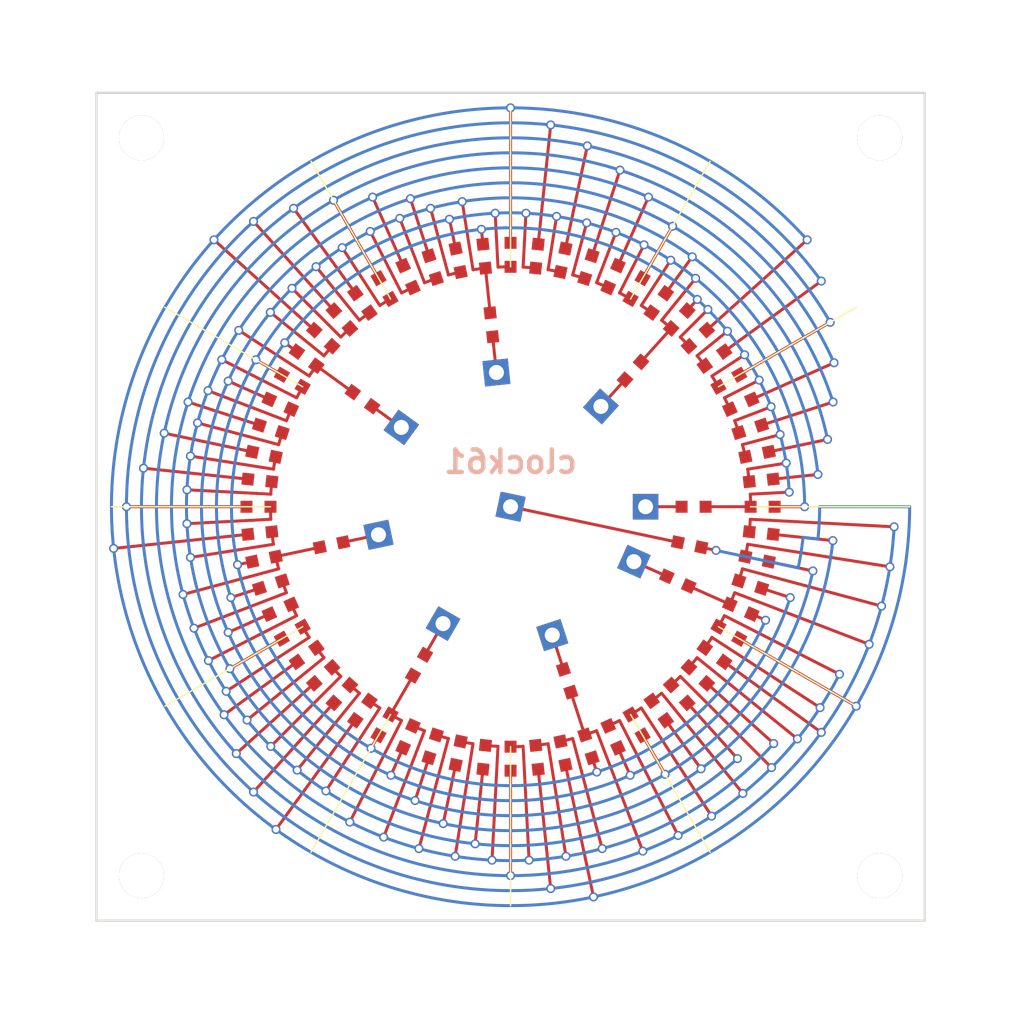
<source format=kicad_pcb>
(kicad_pcb (version 3) (host pcbnew "(2013-jul-07)-stable")

  (general
    (links 0)
    (no_connects 0)
    (area 0 0 0 0)
    (thickness 1.6)
    (drawings 0)
    (tracks 2)
    (zones 0)
    (modules 0)
    (nets 1)
  )

  (page A3)
  (layers
    (15 F.Cu signal)
    (0 B.Cu signal)
    (16 B.Adhes user)
    (17 F.Adhes user)
    (18 B.Paste user)
    (19 F.Paste user)
    (20 B.SilkS user)
    (21 F.SilkS user)
    (22 B.Mask user)
    (23 F.Mask user)
    (24 Dwgs.User user)
    (25 Cmts.User user)
    (26 Eco1.User user)
    (27 Eco2.User user)
    (28 Edge.Cuts user)
  )

  (setup
    (last_trace_width 0.254)
    (trace_clearance 0.254)
    (zone_clearance 0.508)
    (zone_45_only no)
    (trace_min 0.254)
    (segment_width 0.2)
    (edge_width 0.15)
    (via_size 0.889)
    (via_drill 0.635)
    (via_min_size 0.889)
    (via_min_drill 0.508)
    (uvia_size 0.508)
    (uvia_drill 0.127)
    (uvias_allowed no)
    (uvia_min_size 0.508)
    (uvia_min_drill 0.127)
    (pcb_text_width 0.3)
    (pcb_text_size 1.5 1.5)
    (mod_edge_width 0.15)
    (mod_text_size 1.5 1.5)
    (mod_text_width 0.15)
    (pad_size 1.524 1.524)
    (pad_drill 0.762)
    (pad_to_mask_clearance 0.2)
    (aux_axis_origin 0 0)
    (visible_elements FFFFFFBF)
    (pcbplotparams
      (layerselection 3178497)
      (usegerberextensions true)
      (excludeedgelayer true)
      (linewidth 0.100000)
      (plotframeref false)
      (viasonmask false)
      (mode 1)
      (useauxorigin false)
      (hpglpennumber 1)
      (hpglpenspeed 20)
      (hpglpendiameter 15)
      (hpglpenoverlay 2)
      (psnegative false)
      (psa4output false)
      (plotreference true)
      (plotvalue true)
      (plotothertext true)
      (plotinvisibletext false)
      (padsonsilk false)
      (subtractmaskfromsilk false)
      (outputformat 1)
      (mirror false)
      (drillshape 1)
      (scaleselection 1)
      (outputdirectory ""))
  )

  (net 0 "")

  (net_class Default "This is the default net class."
    (clearance 0.254)
    (trace_width 0.254)
    (via_dia 0.889)
    (via_drill 0.635)
    (uvia_dia 0.508)
    (uvia_drill 0.127)
    (add_net "")
  )
  (gr_line (start    163.000    100.000) (end    180.000    100.000) (angle   0.0) (layer Cmts.User) (width 0.05))
  (gr_text " 0 0.0" (at    182.000    100.000   0.0) (layer Cmts.User)(effects (font (size 0.5 0.5) (thickness 0.1))) )
  (gr_line (start    162.982     99.320) (end    179.959     98.430) (angle   3.0) (layer Cmts.User) (width 0.05))
  (gr_text " 1 3.0" (at    181.956     98.325   3.0) (layer Cmts.User)(effects (font (size 0.5 0.5) (thickness 0.1))) )
  (gr_line (start    162.929     98.641) (end    179.836     96.864) (angle   6.0) (layer Cmts.User) (width 0.05))
  (gr_text " 2 6.0" (at    181.825     96.655   6.0) (layer Cmts.User)(effects (font (size 0.5 0.5) (thickness 0.1))) )
  (gr_line (start    162.840     97.966) (end    179.631     95.307) (angle   9.0) (layer Cmts.User) (width 0.05))
  (gr_text " 3 9.0" (at    181.606     94.994   9.0) (layer Cmts.User)(effects (font (size 0.5 0.5) (thickness 0.1))) )
  (gr_line (start    162.716     97.297) (end    179.344     93.763) (angle  12.0) (layer Cmts.User) (width 0.05))
  (gr_text " 4 12.0" (at    181.301     93.347  12.0) (layer Cmts.User)(effects (font (size 0.5 0.5) (thickness 0.1))) )
  (gr_line (start    162.557     96.635) (end    178.978     92.235) (angle  15.0) (layer Cmts.User) (width 0.05))
  (gr_text " 5 15.0" (at    180.910     91.718  15.0) (layer Cmts.User)(effects (font (size 0.5 0.5) (thickness 0.1))) )
  (gr_line (start    162.364     95.983) (end    178.532     90.729) (angle  18.0) (layer Cmts.User) (width 0.05))
  (gr_text " 6 18.0" (at    180.434     90.111  18.0) (layer Cmts.User)(effects (font (size 0.5 0.5) (thickness 0.1))) )
  (gr_line (start    162.137     95.341) (end    178.007     89.249) (angle  21.0) (layer Cmts.User) (width 0.05))
  (gr_text " 7 21.0" (at    179.875     88.532  21.0) (layer Cmts.User)(effects (font (size 0.5 0.5) (thickness 0.1))) )
  (gr_line (start    161.876     94.712) (end    177.406     87.798) (angle  24.0) (layer Cmts.User) (width 0.05))
  (gr_text " 8 24.0" (at    179.233     86.984  24.0) (layer Cmts.User)(effects (font (size 0.5 0.5) (thickness 0.1))) )
  (gr_line (start    161.583     94.098) (end    176.730     86.380) (angle  27.0) (layer Cmts.User) (width 0.05))
  (gr_text " 9 27.0" (at    178.512     85.472  27.0) (layer Cmts.User)(effects (font (size 0.5 0.5) (thickness 0.1))) )
  (gr_line (start    161.258     93.500) (end    175.981     85.000) (angle  30.0) (layer Cmts.User) (width 0.05))
  (gr_text " 10 30.0" (at    177.713     84.000  30.0) (layer Cmts.User)(effects (font (size 0.5 0.5) (thickness 0.1))) )
  (gr_line (start    160.903     92.920) (end    175.160     83.661) (angle  33.0) (layer Cmts.User) (width 0.05))
  (gr_text " 11 33.0" (at    176.837     82.572  33.0) (layer Cmts.User)(effects (font (size 0.5 0.5) (thickness 0.1))) )
  (gr_line (start    160.517     92.359) (end    174.271     82.366) (angle  36.0) (layer Cmts.User) (width 0.05))
  (gr_text " 12 36.0" (at    175.889     81.191  36.0) (layer Cmts.User)(effects (font (size 0.5 0.5) (thickness 0.1))) )
  (gr_line (start    160.103     91.819) (end    173.314     81.120) (angle  39.0) (layer Cmts.User) (width 0.05))
  (gr_text " 13 39.0" (at    174.869     79.862  39.0) (layer Cmts.User)(effects (font (size 0.5 0.5) (thickness 0.1))) )
  (gr_line (start    159.661     91.301) (end    172.294     79.926) (angle  42.0) (layer Cmts.User) (width 0.05))
  (gr_text " 14 42.0" (at    173.781     78.588  42.0) (layer Cmts.User)(effects (font (size 0.5 0.5) (thickness 0.1))) )
  (gr_line (start    159.192     90.808) (end    171.213     78.787) (angle  45.0) (layer Cmts.User) (width 0.05))
  (gr_text " 15 45.0" (at    172.627     77.373  45.0) (layer Cmts.User)(effects (font (size 0.5 0.5) (thickness 0.1))) )
  (gr_line (start    158.699     90.339) (end    170.074     77.706) (angle  48.0) (layer Cmts.User) (width 0.05))
  (gr_text " 16 48.0" (at    171.412     76.219  48.0) (layer Cmts.User)(effects (font (size 0.5 0.5) (thickness 0.1))) )
  (gr_line (start    158.181     89.897) (end    168.880     76.686) (angle  51.0) (layer Cmts.User) (width 0.05))
  (gr_text " 17 51.0" (at    170.138     75.131  51.0) (layer Cmts.User)(effects (font (size 0.5 0.5) (thickness 0.1))) )
  (gr_line (start    157.641     89.483) (end    167.634     75.729) (angle  54.0) (layer Cmts.User) (width 0.05))
  (gr_text " 18 54.0" (at    168.809     74.111  54.0) (layer Cmts.User)(effects (font (size 0.5 0.5) (thickness 0.1))) )
  (gr_line (start    157.080     89.097) (end    166.339     74.840) (angle  57.0) (layer Cmts.User) (width 0.05))
  (gr_text " 19 57.0" (at    167.428     73.163  57.0) (layer Cmts.User)(effects (font (size 0.5 0.5) (thickness 0.1))) )
  (gr_line (start    156.500     88.742) (end    165.000     74.019) (angle  60.0) (layer Cmts.User) (width 0.05))
  (gr_text " 20 60.0" (at    166.000     72.287  60.0) (layer Cmts.User)(effects (font (size 0.5 0.5) (thickness 0.1))) )
  (gr_line (start    155.902     88.417) (end    163.620     73.270) (angle  63.0) (layer Cmts.User) (width 0.05))
  (gr_text " 21 63.0" (at    164.528     71.488  63.0) (layer Cmts.User)(effects (font (size 0.5 0.5) (thickness 0.1))) )
  (gr_line (start    155.288     88.124) (end    162.202     72.594) (angle  66.0) (layer Cmts.User) (width 0.05))
  (gr_text " 22 66.0" (at    163.016     70.767  66.0) (layer Cmts.User)(effects (font (size 0.5 0.5) (thickness 0.1))) )
  (gr_line (start    154.659     87.863) (end    160.751     71.993) (angle  69.0) (layer Cmts.User) (width 0.05))
  (gr_text " 23 69.0" (at    161.468     70.125  69.0) (layer Cmts.User)(effects (font (size 0.5 0.5) (thickness 0.1))) )
  (gr_line (start    154.017     87.636) (end    159.271     71.468) (angle  72.0) (layer Cmts.User) (width 0.05))
  (gr_text " 24 72.0" (at    159.889     69.566  72.0) (layer Cmts.User)(effects (font (size 0.5 0.5) (thickness 0.1))) )
  (gr_line (start    153.365     87.443) (end    157.765     71.022) (angle  75.0) (layer Cmts.User) (width 0.05))
  (gr_text " 25 75.0" (at    158.282     69.090  75.0) (layer Cmts.User)(effects (font (size 0.5 0.5) (thickness 0.1))) )
  (gr_line (start    152.703     87.284) (end    156.237     70.656) (angle  78.0) (layer Cmts.User) (width 0.05))
  (gr_text " 26 78.0" (at    156.653     68.699  78.0) (layer Cmts.User)(effects (font (size 0.5 0.5) (thickness 0.1))) )
  (gr_line (start    152.034     87.160) (end    154.693     70.369) (angle  81.0) (layer Cmts.User) (width 0.05))
  (gr_text " 27 81.0" (at    155.006     68.394  81.0) (layer Cmts.User)(effects (font (size 0.5 0.5) (thickness 0.1))) )
  (gr_line (start    151.359     87.071) (end    153.136     70.164) (angle  84.0) (layer Cmts.User) (width 0.05))
  (gr_text " 28 84.0" (at    153.345     68.175  84.0) (layer Cmts.User)(effects (font (size 0.5 0.5) (thickness 0.1))) )
  (gr_line (start    150.680     87.018) (end    151.570     70.041) (angle  87.0) (layer Cmts.User) (width 0.05))
  (gr_text " 29 87.0" (at    151.675     68.044  87.0) (layer Cmts.User)(effects (font (size 0.5 0.5) (thickness 0.1))) )
  (gr_line (start    150.000     87.000) (end    150.000     70.000) (angle  90.0) (layer Cmts.User) (width 0.05))
  (gr_text " 30 90.0" (at    150.000     68.000  90.0) (layer Cmts.User)(effects (font (size 0.5 0.5) (thickness 0.1))) )
  (gr_line (start    149.320     87.018) (end    148.430     70.041) (angle  93.0) (layer Cmts.User) (width 0.05))
  (gr_text " 31 93.0" (at    148.325     68.044  93.0) (layer Cmts.User)(effects (font (size 0.5 0.5) (thickness 0.1))) )
  (gr_line (start    148.641     87.071) (end    146.864     70.164) (angle  96.0) (layer Cmts.User) (width 0.05))
  (gr_text " 32 96.0" (at    146.655     68.175  96.0) (layer Cmts.User)(effects (font (size 0.5 0.5) (thickness 0.1))) )
  (gr_line (start    147.966     87.160) (end    145.307     70.369) (angle  99.0) (layer Cmts.User) (width 0.05))
  (gr_text " 33 99.0" (at    144.994     68.394  99.0) (layer Cmts.User)(effects (font (size 0.5 0.5) (thickness 0.1))) )
  (gr_line (start    147.297     87.284) (end    143.763     70.656) (angle 102.0) (layer Cmts.User) (width 0.05))
  (gr_text " 34 102.0" (at    143.347     68.699 102.0) (layer Cmts.User)(effects (font (size 0.5 0.5) (thickness 0.1))) )
  (gr_line (start    146.635     87.443) (end    142.235     71.022) (angle 105.0) (layer Cmts.User) (width 0.05))
  (gr_text " 35 105.0" (at    141.718     69.090 105.0) (layer Cmts.User)(effects (font (size 0.5 0.5) (thickness 0.1))) )
  (gr_line (start    145.983     87.636) (end    140.729     71.468) (angle 108.0) (layer Cmts.User) (width 0.05))
  (gr_text " 36 108.0" (at    140.111     69.566 108.0) (layer Cmts.User)(effects (font (size 0.5 0.5) (thickness 0.1))) )
  (gr_line (start    145.341     87.863) (end    139.249     71.993) (angle 111.0) (layer Cmts.User) (width 0.05))
  (gr_text " 37 111.0" (at    138.532     70.125 111.0) (layer Cmts.User)(effects (font (size 0.5 0.5) (thickness 0.1))) )
  (gr_line (start    144.712     88.124) (end    137.798     72.594) (angle 114.0) (layer Cmts.User) (width 0.05))
  (gr_text " 38 114.0" (at    136.984     70.767 114.0) (layer Cmts.User)(effects (font (size 0.5 0.5) (thickness 0.1))) )
  (gr_line (start    144.098     88.417) (end    136.380     73.270) (angle 117.0) (layer Cmts.User) (width 0.05))
  (gr_text " 39 117.0" (at    135.472     71.488 117.0) (layer Cmts.User)(effects (font (size 0.5 0.5) (thickness 0.1))) )
  (gr_line (start    143.500     88.742) (end    135.000     74.019) (angle 120.0) (layer Cmts.User) (width 0.05))
  (gr_text " 40 120.0" (at    134.000     72.287 120.0) (layer Cmts.User)(effects (font (size 0.5 0.5) (thickness 0.1))) )
  (gr_line (start    142.920     89.097) (end    133.661     74.840) (angle 123.0) (layer Cmts.User) (width 0.05))
  (gr_text " 41 123.0" (at    132.572     73.163 123.0) (layer Cmts.User)(effects (font (size 0.5 0.5) (thickness 0.1))) )
  (gr_line (start    142.359     89.483) (end    132.366     75.729) (angle 126.0) (layer Cmts.User) (width 0.05))
  (gr_text " 42 126.0" (at    131.191     74.111 126.0) (layer Cmts.User)(effects (font (size 0.5 0.5) (thickness 0.1))) )
  (gr_line (start    141.819     89.897) (end    131.120     76.686) (angle 129.0) (layer Cmts.User) (width 0.05))
  (gr_text " 43 129.0" (at    129.862     75.131 129.0) (layer Cmts.User)(effects (font (size 0.5 0.5) (thickness 0.1))) )
  (gr_line (start    141.301     90.339) (end    129.926     77.706) (angle 132.0) (layer Cmts.User) (width 0.05))
  (gr_text " 44 132.0" (at    128.588     76.219 132.0) (layer Cmts.User)(effects (font (size 0.5 0.5) (thickness 0.1))) )
  (gr_line (start    140.808     90.808) (end    128.787     78.787) (angle 135.0) (layer Cmts.User) (width 0.05))
  (gr_text " 45 135.0" (at    127.373     77.373 135.0) (layer Cmts.User)(effects (font (size 0.5 0.5) (thickness 0.1))) )
  (gr_line (start    140.339     91.301) (end    127.706     79.926) (angle 138.0) (layer Cmts.User) (width 0.05))
  (gr_text " 46 138.0" (at    126.219     78.588 138.0) (layer Cmts.User)(effects (font (size 0.5 0.5) (thickness 0.1))) )
  (gr_line (start    139.897     91.819) (end    126.686     81.120) (angle 141.0) (layer Cmts.User) (width 0.05))
  (gr_text " 47 141.0" (at    125.131     79.862 141.0) (layer Cmts.User)(effects (font (size 0.5 0.5) (thickness 0.1))) )
  (gr_line (start    139.483     92.359) (end    125.729     82.366) (angle 144.0) (layer Cmts.User) (width 0.05))
  (gr_text " 48 144.0" (at    124.111     81.191 144.0) (layer Cmts.User)(effects (font (size 0.5 0.5) (thickness 0.1))) )
  (gr_line (start    139.097     92.920) (end    124.840     83.661) (angle 147.0) (layer Cmts.User) (width 0.05))
  (gr_text " 49 147.0" (at    123.163     82.572 147.0) (layer Cmts.User)(effects (font (size 0.5 0.5) (thickness 0.1))) )
  (gr_line (start    138.742     93.500) (end    124.019     85.000) (angle 150.0) (layer Cmts.User) (width 0.05))
  (gr_text " 50 150.0" (at    122.287     84.000 150.0) (layer Cmts.User)(effects (font (size 0.5 0.5) (thickness 0.1))) )
  (gr_line (start    138.417     94.098) (end    123.270     86.380) (angle 153.0) (layer Cmts.User) (width 0.05))
  (gr_text " 51 153.0" (at    121.488     85.472 153.0) (layer Cmts.User)(effects (font (size 0.5 0.5) (thickness 0.1))) )
  (gr_line (start    138.124     94.712) (end    122.594     87.798) (angle 156.0) (layer Cmts.User) (width 0.05))
  (gr_text " 52 156.0" (at    120.767     86.984 156.0) (layer Cmts.User)(effects (font (size 0.5 0.5) (thickness 0.1))) )
  (gr_line (start    137.863     95.341) (end    121.993     89.249) (angle 159.0) (layer Cmts.User) (width 0.05))
  (gr_text " 53 159.0" (at    120.125     88.532 159.0) (layer Cmts.User)(effects (font (size 0.5 0.5) (thickness 0.1))) )
  (gr_line (start    137.636     95.983) (end    121.468     90.729) (angle 162.0) (layer Cmts.User) (width 0.05))
  (gr_text " 54 162.0" (at    119.566     90.111 162.0) (layer Cmts.User)(effects (font (size 0.5 0.5) (thickness 0.1))) )
  (gr_line (start    137.443     96.635) (end    121.022     92.235) (angle 165.0) (layer Cmts.User) (width 0.05))
  (gr_text " 55 165.0" (at    119.090     91.718 165.0) (layer Cmts.User)(effects (font (size 0.5 0.5) (thickness 0.1))) )
  (gr_line (start    137.284     97.297) (end    120.656     93.763) (angle 168.0) (layer Cmts.User) (width 0.05))
  (gr_text " 56 168.0" (at    118.699     93.347 168.0) (layer Cmts.User)(effects (font (size 0.5 0.5) (thickness 0.1))) )
  (gr_line (start    137.160     97.966) (end    120.369     95.307) (angle 171.0) (layer Cmts.User) (width 0.05))
  (gr_text " 57 171.0" (at    118.394     94.994 171.0) (layer Cmts.User)(effects (font (size 0.5 0.5) (thickness 0.1))) )
  (gr_line (start    137.071     98.641) (end    120.164     96.864) (angle 174.0) (layer Cmts.User) (width 0.05))
  (gr_text " 58 174.0" (at    118.175     96.655 174.0) (layer Cmts.User)(effects (font (size 0.5 0.5) (thickness 0.1))) )
  (gr_line (start    137.018     99.320) (end    120.041     98.430) (angle 177.0) (layer Cmts.User) (width 0.05))
  (gr_text " 59 177.0" (at    118.044     98.325 177.0) (layer Cmts.User)(effects (font (size 0.5 0.5) (thickness 0.1))) )
  (gr_line (start    137.000    100.000) (end    120.000    100.000) (angle 180.0) (layer Cmts.User) (width 0.05))
  (gr_text " 60 180.0" (at    118.000    100.000 180.0) (layer Cmts.User)(effects (font (size 0.5 0.5) (thickness 0.1))) )
  (gr_line (start    137.018    100.680) (end    120.041    101.570) (angle 183.0) (layer Cmts.User) (width 0.05))
  (gr_text " 61 183.0" (at    118.044    101.675 183.0) (layer Cmts.User)(effects (font (size 0.5 0.5) (thickness 0.1))) )
  (gr_line (start    137.071    101.359) (end    120.164    103.136) (angle 186.0) (layer Cmts.User) (width 0.05))
  (gr_text " 62 186.0" (at    118.175    103.345 186.0) (layer Cmts.User)(effects (font (size 0.5 0.5) (thickness 0.1))) )
  (gr_line (start    137.160    102.034) (end    120.369    104.693) (angle 189.0) (layer Cmts.User) (width 0.05))
  (gr_text " 63 189.0" (at    118.394    105.006 189.0) (layer Cmts.User)(effects (font (size 0.5 0.5) (thickness 0.1))) )
  (gr_line (start    137.284    102.703) (end    120.656    106.237) (angle 192.0) (layer Cmts.User) (width 0.05))
  (gr_text " 64 192.0" (at    118.699    106.653 192.0) (layer Cmts.User)(effects (font (size 0.5 0.5) (thickness 0.1))) )
  (gr_line (start    137.443    103.365) (end    121.022    107.765) (angle 195.0) (layer Cmts.User) (width 0.05))
  (gr_text " 65 195.0" (at    119.090    108.282 195.0) (layer Cmts.User)(effects (font (size 0.5 0.5) (thickness 0.1))) )
  (gr_line (start    137.636    104.017) (end    121.468    109.271) (angle 198.0) (layer Cmts.User) (width 0.05))
  (gr_text " 66 198.0" (at    119.566    109.889 198.0) (layer Cmts.User)(effects (font (size 0.5 0.5) (thickness 0.1))) )
  (gr_line (start    137.863    104.659) (end    121.993    110.751) (angle 201.0) (layer Cmts.User) (width 0.05))
  (gr_text " 67 201.0" (at    120.125    111.468 201.0) (layer Cmts.User)(effects (font (size 0.5 0.5) (thickness 0.1))) )
  (gr_line (start    138.124    105.288) (end    122.594    112.202) (angle 204.0) (layer Cmts.User) (width 0.05))
  (gr_text " 68 204.0" (at    120.767    113.016 204.0) (layer Cmts.User)(effects (font (size 0.5 0.5) (thickness 0.1))) )
  (gr_line (start    138.417    105.902) (end    123.270    113.620) (angle 207.0) (layer Cmts.User) (width 0.05))
  (gr_text " 69 207.0" (at    121.488    114.528 207.0) (layer Cmts.User)(effects (font (size 0.5 0.5) (thickness 0.1))) )
  (gr_line (start    138.742    106.500) (end    124.019    115.000) (angle 210.0) (layer Cmts.User) (width 0.05))
  (gr_text " 70 210.0" (at    122.287    116.000 210.0) (layer Cmts.User)(effects (font (size 0.5 0.5) (thickness 0.1))) )
  (gr_line (start    139.097    107.080) (end    124.840    116.339) (angle 213.0) (layer Cmts.User) (width 0.05))
  (gr_text " 71 213.0" (at    123.163    117.428 213.0) (layer Cmts.User)(effects (font (size 0.5 0.5) (thickness 0.1))) )
  (gr_line (start    139.483    107.641) (end    125.729    117.634) (angle 216.0) (layer Cmts.User) (width 0.05))
  (gr_text " 72 216.0" (at    124.111    118.809 216.0) (layer Cmts.User)(effects (font (size 0.5 0.5) (thickness 0.1))) )
  (gr_line (start    139.897    108.181) (end    126.686    118.880) (angle 219.0) (layer Cmts.User) (width 0.05))
  (gr_text " 73 219.0" (at    125.131    120.138 219.0) (layer Cmts.User)(effects (font (size 0.5 0.5) (thickness 0.1))) )
  (gr_line (start    140.339    108.699) (end    127.706    120.074) (angle 222.0) (layer Cmts.User) (width 0.05))
  (gr_text " 74 222.0" (at    126.219    121.412 222.0) (layer Cmts.User)(effects (font (size 0.5 0.5) (thickness 0.1))) )
  (gr_line (start    140.808    109.192) (end    128.787    121.213) (angle 225.0) (layer Cmts.User) (width 0.05))
  (gr_text " 75 225.0" (at    127.373    122.627 225.0) (layer Cmts.User)(effects (font (size 0.5 0.5) (thickness 0.1))) )
  (gr_line (start    141.301    109.661) (end    129.926    122.294) (angle 228.0) (layer Cmts.User) (width 0.05))
  (gr_text " 76 228.0" (at    128.588    123.781 228.0) (layer Cmts.User)(effects (font (size 0.5 0.5) (thickness 0.1))) )
  (gr_line (start    141.819    110.103) (end    131.120    123.314) (angle 231.0) (layer Cmts.User) (width 0.05))
  (gr_text " 77 231.0" (at    129.862    124.869 231.0) (layer Cmts.User)(effects (font (size 0.5 0.5) (thickness 0.1))) )
  (gr_line (start    142.359    110.517) (end    132.366    124.271) (angle 234.0) (layer Cmts.User) (width 0.05))
  (gr_text " 78 234.0" (at    131.191    125.889 234.0) (layer Cmts.User)(effects (font (size 0.5 0.5) (thickness 0.1))) )
  (gr_line (start    142.920    110.903) (end    133.661    125.160) (angle 237.0) (layer Cmts.User) (width 0.05))
  (gr_text " 79 237.0" (at    132.572    126.837 237.0) (layer Cmts.User)(effects (font (size 0.5 0.5) (thickness 0.1))) )
  (gr_line (start    143.500    111.258) (end    135.000    125.981) (angle 240.0) (layer Cmts.User) (width 0.05))
  (gr_text " 80 240.0" (at    134.000    127.713 240.0) (layer Cmts.User)(effects (font (size 0.5 0.5) (thickness 0.1))) )
  (gr_line (start    144.098    111.583) (end    136.380    126.730) (angle 243.0) (layer Cmts.User) (width 0.05))
  (gr_text " 81 243.0" (at    135.472    128.512 243.0) (layer Cmts.User)(effects (font (size 0.5 0.5) (thickness 0.1))) )
  (gr_line (start    144.712    111.876) (end    137.798    127.406) (angle 246.0) (layer Cmts.User) (width 0.05))
  (gr_text " 82 246.0" (at    136.984    129.233 246.0) (layer Cmts.User)(effects (font (size 0.5 0.5) (thickness 0.1))) )
  (gr_line (start    145.341    112.137) (end    139.249    128.007) (angle 249.0) (layer Cmts.User) (width 0.05))
  (gr_text " 83 249.0" (at    138.532    129.875 249.0) (layer Cmts.User)(effects (font (size 0.5 0.5) (thickness 0.1))) )
  (gr_line (start    145.983    112.364) (end    140.729    128.532) (angle 252.0) (layer Cmts.User) (width 0.05))
  (gr_text " 84 252.0" (at    140.111    130.434 252.0) (layer Cmts.User)(effects (font (size 0.5 0.5) (thickness 0.1))) )
  (gr_line (start    146.635    112.557) (end    142.235    128.978) (angle 255.0) (layer Cmts.User) (width 0.05))
  (gr_text " 85 255.0" (at    141.718    130.910 255.0) (layer Cmts.User)(effects (font (size 0.5 0.5) (thickness 0.1))) )
  (gr_line (start    147.297    112.716) (end    143.763    129.344) (angle 258.0) (layer Cmts.User) (width 0.05))
  (gr_text " 86 258.0" (at    143.347    131.301 258.0) (layer Cmts.User)(effects (font (size 0.5 0.5) (thickness 0.1))) )
  (gr_line (start    147.966    112.840) (end    145.307    129.631) (angle 261.0) (layer Cmts.User) (width 0.05))
  (gr_text " 87 261.0" (at    144.994    131.606 261.0) (layer Cmts.User)(effects (font (size 0.5 0.5) (thickness 0.1))) )
  (gr_line (start    148.641    112.929) (end    146.864    129.836) (angle 264.0) (layer Cmts.User) (width 0.05))
  (gr_text " 88 264.0" (at    146.655    131.825 264.0) (layer Cmts.User)(effects (font (size 0.5 0.5) (thickness 0.1))) )
  (gr_line (start    149.320    112.982) (end    148.430    129.959) (angle 267.0) (layer Cmts.User) (width 0.05))
  (gr_text " 89 267.0" (at    148.325    131.956 267.0) (layer Cmts.User)(effects (font (size 0.5 0.5) (thickness 0.1))) )
  (gr_line (start    150.000    113.000) (end    150.000    130.000) (angle 270.0) (layer Cmts.User) (width 0.05))
  (gr_text " 90 270.0" (at    150.000    132.000 270.0) (layer Cmts.User)(effects (font (size 0.5 0.5) (thickness 0.1))) )
  (gr_line (start    150.680    112.982) (end    151.570    129.959) (angle 273.0) (layer Cmts.User) (width 0.05))
  (gr_text " 91 273.0" (at    151.675    131.956 273.0) (layer Cmts.User)(effects (font (size 0.5 0.5) (thickness 0.1))) )
  (gr_line (start    151.359    112.929) (end    153.136    129.836) (angle 276.0) (layer Cmts.User) (width 0.05))
  (gr_text " 92 276.0" (at    153.345    131.825 276.0) (layer Cmts.User)(effects (font (size 0.5 0.5) (thickness 0.1))) )
  (gr_line (start    152.034    112.840) (end    154.693    129.631) (angle 279.0) (layer Cmts.User) (width 0.05))
  (gr_text " 93 279.0" (at    155.006    131.606 279.0) (layer Cmts.User)(effects (font (size 0.5 0.5) (thickness 0.1))) )
  (gr_line (start    152.703    112.716) (end    156.237    129.344) (angle 282.0) (layer Cmts.User) (width 0.05))
  (gr_text " 94 282.0" (at    156.653    131.301 282.0) (layer Cmts.User)(effects (font (size 0.5 0.5) (thickness 0.1))) )
  (gr_line (start    153.365    112.557) (end    157.765    128.978) (angle 285.0) (layer Cmts.User) (width 0.05))
  (gr_text " 95 285.0" (at    158.282    130.910 285.0) (layer Cmts.User)(effects (font (size 0.5 0.5) (thickness 0.1))) )
  (gr_line (start    154.017    112.364) (end    159.271    128.532) (angle 288.0) (layer Cmts.User) (width 0.05))
  (gr_text " 96 288.0" (at    159.889    130.434 288.0) (layer Cmts.User)(effects (font (size 0.5 0.5) (thickness 0.1))) )
  (gr_line (start    154.659    112.137) (end    160.751    128.007) (angle 291.0) (layer Cmts.User) (width 0.05))
  (gr_text " 97 291.0" (at    161.468    129.875 291.0) (layer Cmts.User)(effects (font (size 0.5 0.5) (thickness 0.1))) )
  (gr_line (start    155.288    111.876) (end    162.202    127.406) (angle 294.0) (layer Cmts.User) (width 0.05))
  (gr_text " 98 294.0" (at    163.016    129.233 294.0) (layer Cmts.User)(effects (font (size 0.5 0.5) (thickness 0.1))) )
  (gr_line (start    155.902    111.583) (end    163.620    126.730) (angle 297.0) (layer Cmts.User) (width 0.05))
  (gr_text " 99 297.0" (at    164.528    128.512 297.0) (layer Cmts.User)(effects (font (size 0.5 0.5) (thickness 0.1))) )
  (gr_line (start    156.500    111.258) (end    165.000    125.981) (angle 300.0) (layer Cmts.User) (width 0.05))
  (gr_text " 100 300.0" (at    166.000    127.713 300.0) (layer Cmts.User)(effects (font (size 0.5 0.5) (thickness 0.1))) )
  (gr_line (start    157.080    110.903) (end    166.339    125.160) (angle 303.0) (layer Cmts.User) (width 0.05))
  (gr_text " 101 303.0" (at    167.428    126.837 303.0) (layer Cmts.User)(effects (font (size 0.5 0.5) (thickness 0.1))) )
  (gr_line (start    157.641    110.517) (end    167.634    124.271) (angle 306.0) (layer Cmts.User) (width 0.05))
  (gr_text " 102 306.0" (at    168.809    125.889 306.0) (layer Cmts.User)(effects (font (size 0.5 0.5) (thickness 0.1))) )
  (gr_line (start    158.181    110.103) (end    168.880    123.314) (angle 309.0) (layer Cmts.User) (width 0.05))
  (gr_text " 103 309.0" (at    170.138    124.869 309.0) (layer Cmts.User)(effects (font (size 0.5 0.5) (thickness 0.1))) )
  (gr_line (start    158.699    109.661) (end    170.074    122.294) (angle 312.0) (layer Cmts.User) (width 0.05))
  (gr_text " 104 312.0" (at    171.412    123.781 312.0) (layer Cmts.User)(effects (font (size 0.5 0.5) (thickness 0.1))) )
  (gr_line (start    159.192    109.192) (end    171.213    121.213) (angle 315.0) (layer Cmts.User) (width 0.05))
  (gr_text " 105 315.0" (at    172.627    122.627 315.0) (layer Cmts.User)(effects (font (size 0.5 0.5) (thickness 0.1))) )
  (gr_line (start    159.661    108.699) (end    172.294    120.074) (angle 318.0) (layer Cmts.User) (width 0.05))
  (gr_text " 106 318.0" (at    173.781    121.412 318.0) (layer Cmts.User)(effects (font (size 0.5 0.5) (thickness 0.1))) )
  (gr_line (start    160.103    108.181) (end    173.314    118.880) (angle 321.0) (layer Cmts.User) (width 0.05))
  (gr_text " 107 321.0" (at    174.869    120.138 321.0) (layer Cmts.User)(effects (font (size 0.5 0.5) (thickness 0.1))) )
  (gr_line (start    160.517    107.641) (end    174.271    117.634) (angle 324.0) (layer Cmts.User) (width 0.05))
  (gr_text " 108 324.0" (at    175.889    118.809 324.0) (layer Cmts.User)(effects (font (size 0.5 0.5) (thickness 0.1))) )
  (gr_line (start    160.903    107.080) (end    175.160    116.339) (angle 327.0) (layer Cmts.User) (width 0.05))
  (gr_text " 109 327.0" (at    176.837    117.428 327.0) (layer Cmts.User)(effects (font (size 0.5 0.5) (thickness 0.1))) )
  (gr_line (start    161.258    106.500) (end    175.981    115.000) (angle 330.0) (layer Cmts.User) (width 0.05))
  (gr_text " 110 330.0" (at    177.713    116.000 330.0) (layer Cmts.User)(effects (font (size 0.5 0.5) (thickness 0.1))) )
  (gr_line (start    161.583    105.902) (end    176.730    113.620) (angle 333.0) (layer Cmts.User) (width 0.05))
  (gr_text " 111 333.0" (at    178.512    114.528 333.0) (layer Cmts.User)(effects (font (size 0.5 0.5) (thickness 0.1))) )
  (gr_line (start    161.876    105.288) (end    177.406    112.202) (angle 336.0) (layer Cmts.User) (width 0.05))
  (gr_text " 112 336.0" (at    179.233    113.016 336.0) (layer Cmts.User)(effects (font (size 0.5 0.5) (thickness 0.1))) )
  (gr_line (start    162.137    104.659) (end    178.007    110.751) (angle 339.0) (layer Cmts.User) (width 0.05))
  (gr_text " 113 339.0" (at    179.875    111.468 339.0) (layer Cmts.User)(effects (font (size 0.5 0.5) (thickness 0.1))) )
  (gr_line (start    162.364    104.017) (end    178.532    109.271) (angle 342.0) (layer Cmts.User) (width 0.05))
  (gr_text " 114 342.0" (at    180.434    109.889 342.0) (layer Cmts.User)(effects (font (size 0.5 0.5) (thickness 0.1))) )
  (gr_line (start    162.557    103.365) (end    178.978    107.765) (angle 345.0) (layer Cmts.User) (width 0.05))
  (gr_text " 115 345.0" (at    180.910    108.282 345.0) (layer Cmts.User)(effects (font (size 0.5 0.5) (thickness 0.1))) )
  (gr_line (start    162.716    102.703) (end    179.344    106.237) (angle 348.0) (layer Cmts.User) (width 0.05))
  (gr_text " 116 348.0" (at    181.301    106.653 348.0) (layer Cmts.User)(effects (font (size 0.5 0.5) (thickness 0.1))) )
  (gr_line (start    162.840    102.034) (end    179.631    104.693) (angle 351.0) (layer Cmts.User) (width 0.05))
  (gr_text " 117 351.0" (at    181.606    105.006 351.0) (layer Cmts.User)(effects (font (size 0.5 0.5) (thickness 0.1))) )
  (gr_line (start    162.929    101.359) (end    179.836    103.136) (angle 354.0) (layer Cmts.User) (width 0.05))
  (gr_text " 118 354.0" (at    181.825    103.345 354.0) (layer Cmts.User)(effects (font (size 0.5 0.5) (thickness 0.1))) )
  (gr_line (start    162.982    100.680) (end    179.959    101.570) (angle 357.0) (layer Cmts.User) (width 0.05))
  (gr_text " 119 357.0" (at    181.956    101.675 357.0) (layer Cmts.User)(effects (font (size 0.5 0.5) (thickness 0.1))) )
  (gr_line (start    166.000    100.000) (end    176.600    100.000) (angle   0.0) (layer F.SilkS) (width 0.1))
  (gr_line (start    163.856     92.000) (end    173.036     86.700) (angle  30.0) (layer F.SilkS) (width 0.1))
  (gr_line (start    158.000     86.144) (end    163.300     76.964) (angle  60.0) (layer F.SilkS) (width 0.1))
  (gr_line (start    150.000     84.000) (end    150.000     73.400) (angle  90.0) (layer F.SilkS) (width 0.1))
  (gr_line (start    142.000     86.144) (end    136.700     76.964) (angle 120.0) (layer F.SilkS) (width 0.1))
  (gr_line (start    136.144     92.000) (end    126.964     86.700) (angle 150.0) (layer F.SilkS) (width 0.1))
  (gr_line (start    134.000    100.000) (end    123.400    100.000) (angle 180.0) (layer F.SilkS) (width 0.1))
  (gr_line (start    136.144    108.000) (end    126.964    113.300) (angle 210.0) (layer F.SilkS) (width 0.1))
  (gr_line (start    142.000    113.856) (end    136.700    123.036) (angle 240.0) (layer F.SilkS) (width 0.1))
  (gr_line (start    150.000    116.000) (end    150.000    126.600) (angle 270.0) (layer F.SilkS) (width 0.1))
  (gr_line (start    158.000    113.856) (end    163.300    123.036) (angle 300.0) (layer F.SilkS) (width 0.1))
  (gr_line (start    163.856    108.000) (end    173.036    113.300) (angle 330.0) (layer F.SilkS) (width 0.1))
  (module min:hand (layer F.Cu) (tedit 57FE93A5) (tstamp 5AA34834) 
    (at 150 100   0.0)
    (fp_text reference "" (at     16.000 0 0.0) (layer Cmts.User)(effects (font (size 0.5 0.5) (thickness 0.05))))
    (fp_text value     "" (at     17.600 0 0.0) (layer Cmts.User)(effects (font (size 0.5 0.5) (thickness 0.05))))
    (descr "0603")
    (attr smd)
    (pad 0 smd rect (at  16.0 0   0.0) (size 0.8 0.8) (layers F.Cu F.Paste F.Mask))
    (pad 1 smd rect (at  17.6 0   0.0) (size 0.8 0.8) (layers F.Cu F.Paste F.Mask))
  )
  (segment (start    167.600    100.000) (end    169.600    100.000) (width 0.2) (layer F.Cu) (net 0))
  (via (at    169.600    100.000) (size 0.6) (drill 0.4) (layers F.Cu B.Cu) (net 0))
  (segment (start    166.000    100.000) (end    163.000    100.000) (width 0.2) (layer F.Cu) (net 0))
  (module resi:stor (layer F.Cu) (tedit 57FE93A5) (tstamp 5AA34834) 
    (at 150 100   0.0)
    (fp_text reference "" (at     11.400 0 0.0) (layer Cmts.User)(effects (font (size 0.5 0.5) (thickness 0.05))))
    (fp_text value     "" (at     13.000 0 0.0) (layer Cmts.User)(effects (font (size 0.5 0.5) (thickness 0.05))))
    (descr "0603")
    (attr smd)
    (pad "" smd rect (at  11.4 0   0.0) (size 0.8 0.8) (layers F.Cu F.Paste F.Mask))
    (pad "" smd rect (at  13.0 0   0.0) (size 0.8 0.8) (layers F.Cu F.Paste F.Mask))
  )
  (segment (start    161.400    100.000) (end    159.000    100.000) (width 0.2) (layer F.Cu) (net 0))
  (module pin:hole (layer F.Cu) (tedit 59650532) (tstamp 5AA6FE27)
    (at    159.000    100.000)
    (descr "pinhole")
    (tags "hole")
    (fp_text reference "" (at 0 0) (layer Cmts.User) (effects (font (size 0.1 0.1) (thickness 0.01))) )
    (fp_text value     "" (at 0 0) (layer Cmts.User) (effects (font (size 0.1 0.1) (thickness 0.01))) )
    (pad 0 thru_hole rect (at 0 0 0.0)    (size 1.7 1.7) (drill 1) (layers *.Cu *.Mask))
  )
  (segment (start    165.978     99.163) (end    168.575     99.027) (width 0.2) (layer F.Cu) (net 0))
  (via (at    168.575     99.027) (size 0.6) (drill 0.4) (layers F.Cu B.Cu) (net 0))
  (gr_arc (start 150 100) (end    165.978     99.163) (angle      3.000) (layer F.Cu) (width 0.2))
  (module min:hand (layer F.Cu) (tedit 57FE93A5) (tstamp 5AA34834) 
    (at 150 100   6.0)
    (fp_text reference "" (at     16.000 0 6.0) (layer Cmts.User)(effects (font (size 0.5 0.5) (thickness 0.05))))
    (fp_text value     "" (at     17.600 0 6.0) (layer Cmts.User)(effects (font (size 0.5 0.5) (thickness 0.05))))
    (descr "0603")
    (attr smd)
    (pad 0 smd rect (at  16.0 0   6.0) (size 0.8 0.8) (layers F.Cu F.Paste F.Mask))
    (pad 2 smd rect (at  17.6 0   6.0) (size 0.8 0.8) (layers F.Cu F.Paste F.Mask))
  )
  (segment (start    167.504     98.160) (end    170.487     97.847) (width 0.2) (layer F.Cu) (net 0))
  (via (at    170.487     97.847) (size 0.6) (drill 0.4) (layers F.Cu B.Cu) (net 0))
  (segment (start    165.803     97.497) (end    168.371     97.090) (width 0.2) (layer F.Cu) (net 0))
  (via (at    168.371     97.090) (size 0.6) (drill 0.4) (layers F.Cu B.Cu) (net 0))
  (gr_arc (start 150 100) (end    165.803     97.497) (angle      3.000) (layer F.Cu) (width 0.2))
  (module min:hand (layer F.Cu) (tedit 57FE93A5) (tstamp 5AA34834) 
    (at 150 100  12.0)
    (fp_text reference "" (at     16.000 0 12.0) (layer Cmts.User)(effects (font (size 0.5 0.5) (thickness 0.05))))
    (fp_text value     "" (at     17.600 0 12.0) (layer Cmts.User)(effects (font (size 0.5 0.5) (thickness 0.05))))
    (descr "0603")
    (attr smd)
    (pad 0 smd rect (at  16.0 0  12.0) (size 0.8 0.8) (layers F.Cu F.Paste F.Mask))
    (pad 3 smd rect (at  17.6 0  12.0) (size 0.8 0.8) (layers F.Cu F.Paste F.Mask))
  )
  (segment (start    167.215     96.341) (end    171.128     95.509) (width 0.2) (layer F.Cu) (net 0))
  (via (at    171.128     95.509) (size 0.6) (drill 0.4) (layers F.Cu B.Cu) (net 0))
  (segment (start    165.455     95.859) (end    167.966     95.186) (width 0.2) (layer F.Cu) (net 0))
  (via (at    167.966     95.186) (size 0.6) (drill 0.4) (layers F.Cu B.Cu) (net 0))
  (gr_arc (start 150 100) (end    165.455     95.859) (angle      3.000) (layer F.Cu) (width 0.2))
  (module min:hand (layer F.Cu) (tedit 57FE93A5) (tstamp 5AA34834) 
    (at 150 100  18.0)
    (fp_text reference "" (at     16.000 0 18.0) (layer Cmts.User)(effects (font (size 0.5 0.5) (thickness 0.05))))
    (fp_text value     "" (at     17.600 0 18.0) (layer Cmts.User)(effects (font (size 0.5 0.5) (thickness 0.05))))
    (descr "0603")
    (attr smd)
    (pad 0 smd rect (at  16.0 0  18.0) (size 0.8 0.8) (layers F.Cu F.Paste F.Mask))
    (pad 4 smd rect (at  17.6 0  18.0) (size 0.8 0.8) (layers F.Cu F.Paste F.Mask))
  )
  (segment (start    166.739     94.561) (end    171.494     93.016) (width 0.2) (layer F.Cu) (net 0))
  (via (at    171.494     93.016) (size 0.6) (drill 0.4) (layers F.Cu B.Cu) (net 0))
  (segment (start    164.937     94.266) (end    167.365     93.334) (width 0.2) (layer F.Cu) (net 0))
  (via (at    167.365     93.334) (size 0.6) (drill 0.4) (layers F.Cu B.Cu) (net 0))
  (gr_arc (start 150 100) (end    164.937     94.266) (angle      3.000) (layer F.Cu) (width 0.2))
  (module min:hand (layer F.Cu) (tedit 57FE93A5) (tstamp 5AA34834) 
    (at 150 100  24.0)
    (fp_text reference "" (at     16.000 0 24.0) (layer Cmts.User)(effects (font (size 0.5 0.5) (thickness 0.05))))
    (fp_text value     "" (at     17.600 0 24.0) (layer Cmts.User)(effects (font (size 0.5 0.5) (thickness 0.05))))
    (descr "0603")
    (attr smd)
    (pad 0 smd rect (at  16.0 0  24.0) (size 0.8 0.8) (layers F.Cu F.Paste F.Mask))
    (pad 5 smd rect (at  17.6 0  24.0) (size 0.8 0.8) (layers F.Cu F.Paste F.Mask))
  )
  (segment (start    166.078     92.841) (end    171.560     90.401) (width 0.2) (layer F.Cu) (net 0))
  (via (at    171.560     90.401) (size 0.6) (drill 0.4) (layers F.Cu B.Cu) (net 0))
  (segment (start    164.256     92.736) (end    166.573     91.556) (width 0.2) (layer F.Cu) (net 0))
  (via (at    166.573     91.556) (size 0.6) (drill 0.4) (layers F.Cu B.Cu) (net 0))
  (gr_arc (start 150 100) (end    164.256     92.736) (angle      3.000) (layer F.Cu) (width 0.2))
  (module min:hand (layer F.Cu) (tedit 57FE93A5) (tstamp 5AA34834) 
    (at 150 100  30.0)
    (fp_text reference "" (at     16.000 0 30.0) (layer Cmts.User)(effects (font (size 0.5 0.5) (thickness 0.05))))
    (fp_text value     "" (at     17.600 0 30.0) (layer Cmts.User)(effects (font (size 0.5 0.5) (thickness 0.05))))
    (descr "0603")
    (attr smd)
    (pad 0 smd rect (at  16.0 0  30.0) (size 0.8 0.8) (layers F.Cu F.Paste F.Mask))
    (pad 6 smd rect (at  17.6 0  30.0) (size 0.8 0.8) (layers F.Cu F.Paste F.Mask))
  )
  (segment (start    165.242     91.200) (end    171.304     87.700) (width 0.2) (layer F.Cu) (net 0))
  (via (at    171.304     87.700) (size 0.6) (drill 0.4) (layers F.Cu B.Cu) (net 0))
  (segment (start    163.419     91.286) (end    165.599     89.870) (width 0.2) (layer F.Cu) (net 0))
  (via (at    165.599     89.870) (size 0.6) (drill 0.4) (layers F.Cu B.Cu) (net 0))
  (gr_arc (start 150 100) (end    163.419     91.286) (angle      3.000) (layer F.Cu) (width 0.2))
  (module min:hand (layer F.Cu) (tedit 57FE93A5) (tstamp 5AA34834) 
    (at 150 100  36.0)
    (fp_text reference "" (at     16.000 0 36.0) (layer Cmts.User)(effects (font (size 0.5 0.5) (thickness 0.05))))
    (fp_text value     "" (at     17.600 0 36.0) (layer Cmts.User)(effects (font (size 0.5 0.5) (thickness 0.05))))
    (descr "0603")
    (attr smd)
    (pad 0 smd rect (at  16.0 0  36.0) (size 0.8 0.8) (layers F.Cu F.Paste F.Mask))
    (pad 7 smd rect (at  17.6 0  36.0) (size 0.8 0.8) (layers F.Cu F.Paste F.Mask))
  )
  (segment (start    164.239     89.655) (end    170.711     84.953) (width 0.2) (layer F.Cu) (net 0))
  (via (at    170.711     84.953) (size 0.6) (drill 0.4) (layers F.Cu B.Cu) (net 0))
  (segment (start    162.434     89.931) (end    164.455     88.295) (width 0.2) (layer F.Cu) (net 0))
  (via (at    164.455     88.295) (size 0.6) (drill 0.4) (layers F.Cu B.Cu) (net 0))
  (gr_arc (start 150 100) (end    162.434     89.931) (angle      3.000) (layer F.Cu) (width 0.2))
  (module min:hand (layer F.Cu) (tedit 57FE93A5) (tstamp 5AA34834) 
    (at 150 100  42.0)
    (fp_text reference "" (at     16.000 0 42.0) (layer Cmts.User)(effects (font (size 0.5 0.5) (thickness 0.05))))
    (fp_text value     "" (at     17.600 0 42.0) (layer Cmts.User)(effects (font (size 0.5 0.5) (thickness 0.05))))
    (descr "0603")
    (attr smd)
    (pad 0 smd rect (at  16.0 0  42.0) (size 0.8 0.8) (layers F.Cu F.Paste F.Mask))
    (pad 8 smd rect (at  17.6 0  42.0) (size 0.8 0.8) (layers F.Cu F.Paste F.Mask))
  )
  (segment (start    163.079     88.223) (end    169.768     82.201) (width 0.2) (layer F.Cu) (net 0))
  (via (at    169.768     82.201) (size 0.6) (drill 0.4) (layers F.Cu B.Cu) (net 0))
  (segment (start    161.314     88.686) (end    163.152     86.848) (width 0.2) (layer F.Cu) (net 0))
  (via (at    163.152     86.848) (size 0.6) (drill 0.4) (layers F.Cu B.Cu) (net 0))
  (gr_arc (start 150 100) (end    161.314     88.686) (angle      3.000) (layer F.Cu) (width 0.2))
  (module min:hand (layer F.Cu) (tedit 57FE93A5) (tstamp 5AA34834) 
    (at 150 100  48.0)
    (fp_text reference "" (at     16.000 0 48.0) (layer Cmts.User)(effects (font (size 0.5 0.5) (thickness 0.05))))
    (fp_text value     "" (at     17.600 0 48.0) (layer Cmts.User)(effects (font (size 0.5 0.5) (thickness 0.05))))
    (descr "0603")
    (attr smd)
    (pad 1 smd rect (at  16.0 0  48.0) (size 0.8 0.8) (layers F.Cu F.Paste F.Mask))
    (pad 0 smd rect (at  17.6 0  48.0) (size 0.8 0.8) (layers F.Cu F.Paste F.Mask))
  )
  (segment (start    161.777     86.921) (end    162.446     86.178) (width 0.2) (layer F.Cu) (net 0))
  (via (at    162.446     86.178) (size 0.6) (drill 0.4) (layers F.Cu B.Cu) (net 0))
  (segment (start    160.706     88.110) (end    158.699     90.339) (width 0.2) (layer F.Cu) (net 0))
  (module resi:stor (layer F.Cu) (tedit 57FE93A5) (tstamp 5AA34834) 
    (at 150 100  48.0)
    (fp_text reference "" (at     11.400 0 48.0) (layer Cmts.User)(effects (font (size 0.5 0.5) (thickness 0.05))))
    (fp_text value     "" (at     13.000 0 48.0) (layer Cmts.User)(effects (font (size 0.5 0.5) (thickness 0.05))))
    (descr "0603")
    (attr smd)
    (pad "" smd rect (at  11.4 0  48.0) (size 0.8 0.8) (layers F.Cu F.Paste F.Mask))
    (pad "" smd rect (at  13.0 0  48.0) (size 0.8 0.8) (layers F.Cu F.Paste F.Mask))
  )
  (segment (start    157.628     91.528) (end    156.022     93.312) (width 0.2) (layer F.Cu) (net 0))
  (module pin:hole (layer F.Cu) (tedit 59650532) (tstamp 5AA6FE27)
    (at    156.022     93.312)
    (descr "pinhole")
    (tags "hole")
    (fp_text reference "" (at 0 0) (layer Cmts.User) (effects (font (size 0.1 0.1) (thickness 0.01))) )
    (fp_text value     "" (at 0 0) (layer Cmts.User) (effects (font (size 0.1 0.1) (thickness 0.01))) )
    (pad 1 thru_hole rect (at 0 0 48.0)    (size 1.7 1.7) (drill 1) (layers *.Cu *.Mask))
  )
  (segment (start    160.069     87.566) (end    162.335     84.768) (width 0.2) (layer F.Cu) (net 0))
  (via (at    162.335     84.768) (size 0.6) (drill 0.4) (layers F.Cu B.Cu) (net 0))
  (gr_arc (start 150 100) (end    160.069     87.566) (angle      3.000) (layer F.Cu) (width 0.2))
  (module min:hand (layer F.Cu) (tedit 57FE93A5) (tstamp 5AA34834) 
    (at 150 100  54.0)
    (fp_text reference "" (at     16.000 0 54.0) (layer Cmts.User)(effects (font (size 0.5 0.5) (thickness 0.05))))
    (fp_text value     "" (at     17.600 0 54.0) (layer Cmts.User)(effects (font (size 0.5 0.5) (thickness 0.05))))
    (descr "0603")
    (attr smd)
    (pad 1 smd rect (at  16.0 0  54.0) (size 0.8 0.8) (layers F.Cu F.Paste F.Mask))
    (pad 2 smd rect (at  17.6 0  54.0) (size 0.8 0.8) (layers F.Cu F.Paste F.Mask))
  )
  (segment (start    160.345     85.761) (end    162.108     83.334) (width 0.2) (layer F.Cu) (net 0))
  (via (at    162.108     83.334) (size 0.6) (drill 0.4) (layers F.Cu B.Cu) (net 0))
  (segment (start    158.714     86.581) (end    160.675     83.562) (width 0.2) (layer F.Cu) (net 0))
  (via (at    160.675     83.562) (size 0.6) (drill 0.4) (layers F.Cu B.Cu) (net 0))
  (gr_arc (start 150 100) (end    158.714     86.581) (angle      3.000) (layer F.Cu) (width 0.2))
  (module min:hand (layer F.Cu) (tedit 57FE93A5) (tstamp 5AA34834) 
    (at 150 100  60.0)
    (fp_text reference "" (at     16.000 0 60.0) (layer Cmts.User)(effects (font (size 0.5 0.5) (thickness 0.05))))
    (fp_text value     "" (at     17.600 0 60.0) (layer Cmts.User)(effects (font (size 0.5 0.5) (thickness 0.05))))
    (descr "0603")
    (attr smd)
    (pad 1 smd rect (at  16.0 0  60.0) (size 0.8 0.8) (layers F.Cu F.Paste F.Mask))
    (pad 3 smd rect (at  17.6 0  60.0) (size 0.8 0.8) (layers F.Cu F.Paste F.Mask))
  )
  (segment (start    158.800     84.758) (end    160.800     81.294) (width 0.2) (layer F.Cu) (net 0))
  (via (at    160.800     81.294) (size 0.6) (drill 0.4) (layers F.Cu B.Cu) (net 0))
  (segment (start    157.264     85.744) (end    158.898     82.536) (width 0.2) (layer F.Cu) (net 0))
  (via (at    158.898     82.536) (size 0.6) (drill 0.4) (layers F.Cu B.Cu) (net 0))
  (gr_arc (start 150 100) (end    157.264     85.744) (angle      3.000) (layer F.Cu) (width 0.2))
  (module min:hand (layer F.Cu) (tedit 57FE93A5) (tstamp 5AA34834) 
    (at 150 100  66.0)
    (fp_text reference "" (at     16.000 0 66.0) (layer Cmts.User)(effects (font (size 0.5 0.5) (thickness 0.05))))
    (fp_text value     "" (at     17.600 0 66.0) (layer Cmts.User)(effects (font (size 0.5 0.5) (thickness 0.05))))
    (descr "0603")
    (attr smd)
    (pad 1 smd rect (at  16.0 0  66.0) (size 0.8 0.8) (layers F.Cu F.Paste F.Mask))
    (pad 4 smd rect (at  17.6 0  66.0) (size 0.8 0.8) (layers F.Cu F.Paste F.Mask))
  )
  (segment (start    157.159     83.922) (end    159.192     79.354) (width 0.2) (layer F.Cu) (net 0))
  (via (at    159.192     79.354) (size 0.6) (drill 0.4) (layers F.Cu B.Cu) (net 0))
  (segment (start    155.734     85.063) (end    157.024     81.702) (width 0.2) (layer F.Cu) (net 0))
  (via (at    157.024     81.702) (size 0.6) (drill 0.4) (layers F.Cu B.Cu) (net 0))
  (gr_arc (start 150 100) (end    155.734     85.063) (angle      3.000) (layer F.Cu) (width 0.2))
  (module min:hand (layer F.Cu) (tedit 57FE93A5) (tstamp 5AA34834) 
    (at 150 100  72.0)
    (fp_text reference "" (at     16.000 0 72.0) (layer Cmts.User)(effects (font (size 0.5 0.5) (thickness 0.05))))
    (fp_text value     "" (at     17.600 0 72.0) (layer Cmts.User)(effects (font (size 0.5 0.5) (thickness 0.05))))
    (descr "0603")
    (attr smd)
    (pad 1 smd rect (at  16.0 0  72.0) (size 0.8 0.8) (layers F.Cu F.Paste F.Mask))
    (pad 5 smd rect (at  17.6 0  72.0) (size 0.8 0.8) (layers F.Cu F.Paste F.Mask))
  )
  (segment (start    155.439     83.261) (end    157.293     77.555) (width 0.2) (layer F.Cu) (net 0))
  (via (at    157.293     77.555) (size 0.6) (drill 0.4) (layers F.Cu B.Cu) (net 0))
  (segment (start    154.141     84.545) (end    155.073     81.068) (width 0.2) (layer F.Cu) (net 0))
  (via (at    155.073     81.068) (size 0.6) (drill 0.4) (layers F.Cu B.Cu) (net 0))
  (gr_arc (start 150 100) (end    154.141     84.545) (angle      3.000) (layer F.Cu) (width 0.2))
  (module min:hand (layer F.Cu) (tedit 57FE93A5) (tstamp 5AA34834) 
    (at 150 100  78.0)
    (fp_text reference "" (at     16.000 0 78.0) (layer Cmts.User)(effects (font (size 0.5 0.5) (thickness 0.05))))
    (fp_text value     "" (at     17.600 0 78.0) (layer Cmts.User)(effects (font (size 0.5 0.5) (thickness 0.05))))
    (descr "0603")
    (attr smd)
    (pad 1 smd rect (at  16.0 0  78.0) (size 0.8 0.8) (layers F.Cu F.Paste F.Mask))
    (pad 6 smd rect (at  17.6 0  78.0) (size 0.8 0.8) (layers F.Cu F.Paste F.Mask))
  )
  (segment (start    153.659     82.785) (end    155.115     75.938) (width 0.2) (layer F.Cu) (net 0))
  (via (at    155.115     75.938) (size 0.6) (drill 0.4) (layers F.Cu B.Cu) (net 0))
  (segment (start    152.503     84.197) (end    153.066     80.641) (width 0.2) (layer F.Cu) (net 0))
  (via (at    153.066     80.641) (size 0.6) (drill 0.4) (layers F.Cu B.Cu) (net 0))
  (gr_arc (start 150 100) (end    152.503     84.197) (angle      3.000) (layer F.Cu) (width 0.2))
  (module min:hand (layer F.Cu) (tedit 57FE93A5) (tstamp 5AA34834) 
    (at 150 100  84.0)
    (fp_text reference "" (at     16.000 0 84.0) (layer Cmts.User)(effects (font (size 0.5 0.5) (thickness 0.05))))
    (fp_text value     "" (at     17.600 0 84.0) (layer Cmts.User)(effects (font (size 0.5 0.5) (thickness 0.05))))
    (descr "0603")
    (attr smd)
    (pad 1 smd rect (at  16.0 0  84.0) (size 0.8 0.8) (layers F.Cu F.Paste F.Mask))
    (pad 7 smd rect (at  17.6 0  84.0) (size 0.8 0.8) (layers F.Cu F.Paste F.Mask))
  )
  (segment (start    151.840     82.496) (end    152.676     74.540) (width 0.2) (layer F.Cu) (net 0))
  (via (at    152.676     74.540) (size 0.6) (drill 0.4) (layers F.Cu B.Cu) (net 0))
  (segment (start    150.837     84.022) (end    151.026     80.427) (width 0.2) (layer F.Cu) (net 0))
  (via (at    151.026     80.427) (size 0.6) (drill 0.4) (layers F.Cu B.Cu) (net 0))
  (gr_arc (start 150 100) (end    150.837     84.022) (angle      3.000) (layer F.Cu) (width 0.2))
  (module min:hand (layer F.Cu) (tedit 57FE93A5) (tstamp 5AA34834) 
    (at 150 100  90.0)
    (fp_text reference "" (at     16.000 0 90.0) (layer Cmts.User)(effects (font (size 0.5 0.5) (thickness 0.05))))
    (fp_text value     "" (at     17.600 0 90.0) (layer Cmts.User)(effects (font (size 0.5 0.5) (thickness 0.05))))
    (descr "0603")
    (attr smd)
    (pad 1 smd rect (at  16.0 0  90.0) (size 0.8 0.8) (layers F.Cu F.Paste F.Mask))
    (pad 8 smd rect (at  17.6 0  90.0) (size 0.8 0.8) (layers F.Cu F.Paste F.Mask))
  )
  (segment (start    150.000     82.400) (end    150.000     73.400) (width 0.2) (layer F.Cu) (net 0))
  (via (at    150.000     73.400) (size 0.6) (drill 0.4) (layers F.Cu B.Cu) (net 0))
  (segment (start    149.163     84.022) (end    148.974     80.427) (width 0.2) (layer F.Cu) (net 0))
  (via (at    148.974     80.427) (size 0.6) (drill 0.4) (layers F.Cu B.Cu) (net 0))
  (gr_arc (start 150 100) (end    149.163     84.022) (angle      3.000) (layer F.Cu) (width 0.2))
  (module min:hand (layer F.Cu) (tedit 57FE93A5) (tstamp 5AA34834) 
    (at 150 100  96.0)
    (fp_text reference "" (at     16.000 0 96.0) (layer Cmts.User)(effects (font (size 0.5 0.5) (thickness 0.05))))
    (fp_text value     "" (at     17.600 0 96.0) (layer Cmts.User)(effects (font (size 0.5 0.5) (thickness 0.05))))
    (descr "0603")
    (attr smd)
    (pad 2 smd rect (at  16.0 0  96.0) (size 0.8 0.8) (layers F.Cu F.Paste F.Mask))
    (pad 0 smd rect (at  17.6 0  96.0) (size 0.8 0.8) (layers F.Cu F.Paste F.Mask))
  )
  (segment (start    148.160     82.496) (end    148.056     81.502) (width 0.2) (layer F.Cu) (net 0))
  (via (at    148.056     81.502) (size 0.6) (drill 0.4) (layers F.Cu B.Cu) (net 0))
  (segment (start    148.328     84.088) (end    148.641     87.071) (width 0.2) (layer F.Cu) (net 0))
  (module resi:stor (layer F.Cu) (tedit 57FE93A5) (tstamp 5AA34834) 
    (at 150 100  96.0)
    (fp_text reference "" (at     11.400 0 96.0) (layer Cmts.User)(effects (font (size 0.5 0.5) (thickness 0.05))))
    (fp_text value     "" (at     13.000 0 96.0) (layer Cmts.User)(effects (font (size 0.5 0.5) (thickness 0.05))))
    (descr "0603")
    (attr smd)
    (pad "" smd rect (at  11.4 0  96.0) (size 0.8 0.8) (layers F.Cu F.Paste F.Mask))
    (pad "" smd rect (at  13.0 0  96.0) (size 0.8 0.8) (layers F.Cu F.Paste F.Mask))
  )
  (segment (start    148.808     88.662) (end    149.059     91.049) (width 0.2) (layer F.Cu) (net 0))
  (module pin:hole (layer F.Cu) (tedit 59650532) (tstamp 5AA6FE27)
    (at    149.059     91.049)
    (descr "pinhole")
    (tags "hole")
    (fp_text reference "" (at 0 0) (layer Cmts.User) (effects (font (size 0.1 0.1) (thickness 0.01))) )
    (fp_text value     "" (at 0 0) (layer Cmts.User) (effects (font (size 0.1 0.1) (thickness 0.01))) )
    (pad 2 thru_hole rect (at 0 0 96.0)    (size 1.7 1.7) (drill 1) (layers *.Cu *.Mask))
  )
  (segment (start    147.497     84.197) (end    146.777     79.654) (width 0.2) (layer F.Cu) (net 0))
  (via (at    146.777     79.654) (size 0.6) (drill 0.4) (layers F.Cu B.Cu) (net 0))
  (gr_arc (start 150 100) (end    147.497     84.197) (angle      3.000) (layer F.Cu) (width 0.2))
  (module min:hand (layer F.Cu) (tedit 57FE93A5) (tstamp 5AA34834) 
    (at 150 100 102.0)
    (fp_text reference "" (at     16.000 0 102.0) (layer Cmts.User)(effects (font (size 0.5 0.5) (thickness 0.05))))
    (fp_text value     "" (at     17.600 0 102.0) (layer Cmts.User)(effects (font (size 0.5 0.5) (thickness 0.05))))
    (descr "0603")
    (attr smd)
    (pad 2 smd rect (at  16.0 0 102.0) (size 0.8 0.8) (layers F.Cu F.Paste F.Mask))
    (pad 1 smd rect (at  17.6 0 102.0) (size 0.8 0.8) (layers F.Cu F.Paste F.Mask))
  )
  (segment (start    146.341     82.785) (end    145.925     80.828) (width 0.2) (layer F.Cu) (net 0))
  (via (at    145.925     80.828) (size 0.6) (drill 0.4) (layers F.Cu B.Cu) (net 0))
  (segment (start    145.859     84.545) (end    144.668     80.102) (width 0.2) (layer F.Cu) (net 0))
  (via (at    144.668     80.102) (size 0.6) (drill 0.4) (layers F.Cu B.Cu) (net 0))
  (gr_arc (start 150 100) (end    145.859     84.545) (angle      3.000) (layer F.Cu) (width 0.2))
  (module min:hand (layer F.Cu) (tedit 57FE93A5) (tstamp 5AA34834) 
    (at 150 100 108.0)
    (fp_text reference "" (at     16.000 0 108.0) (layer Cmts.User)(effects (font (size 0.5 0.5) (thickness 0.05))))
    (fp_text value     "" (at     17.600 0 108.0) (layer Cmts.User)(effects (font (size 0.5 0.5) (thickness 0.05))))
    (descr "0603")
    (attr smd)
    (pad 2 smd rect (at  16.0 0 108.0) (size 0.8 0.8) (layers F.Cu F.Paste F.Mask))
    (pad 3 smd rect (at  17.6 0 108.0) (size 0.8 0.8) (layers F.Cu F.Paste F.Mask))
  )
  (segment (start    144.561     83.261) (end    143.325     79.457) (width 0.2) (layer F.Cu) (net 0))
  (via (at    143.325     79.457) (size 0.6) (drill 0.4) (layers F.Cu B.Cu) (net 0))
  (segment (start    144.266     85.063) (end    142.618     80.768) (width 0.2) (layer F.Cu) (net 0))
  (via (at    142.618     80.768) (size 0.6) (drill 0.4) (layers F.Cu B.Cu) (net 0))
  (gr_arc (start 150 100) (end    144.266     85.063) (angle      3.000) (layer F.Cu) (width 0.2))
  (module min:hand (layer F.Cu) (tedit 57FE93A5) (tstamp 5AA34834) 
    (at 150 100 114.0)
    (fp_text reference "" (at     16.000 0 114.0) (layer Cmts.User)(effects (font (size 0.5 0.5) (thickness 0.05))))
    (fp_text value     "" (at     17.600 0 114.0) (layer Cmts.User)(effects (font (size 0.5 0.5) (thickness 0.05))))
    (descr "0603")
    (attr smd)
    (pad 2 smd rect (at  16.0 0 114.0) (size 0.8 0.8) (layers F.Cu F.Paste F.Mask))
    (pad 4 smd rect (at  17.6 0 114.0) (size 0.8 0.8) (layers F.Cu F.Paste F.Mask))
  )
  (segment (start    142.841     83.922) (end    140.808     79.354) (width 0.2) (layer F.Cu) (net 0))
  (via (at    140.808     79.354) (size 0.6) (drill 0.4) (layers F.Cu B.Cu) (net 0))
  (segment (start    142.736     85.744) (end    140.648     81.645) (width 0.2) (layer F.Cu) (net 0))
  (via (at    140.648     81.645) (size 0.6) (drill 0.4) (layers F.Cu B.Cu) (net 0))
  (gr_arc (start 150 100) (end    142.736     85.744) (angle      3.000) (layer F.Cu) (width 0.2))
  (module min:hand (layer F.Cu) (tedit 57FE93A5) (tstamp 5AA34834) 
    (at 150 100 120.0)
    (fp_text reference "" (at     16.000 0 120.0) (layer Cmts.User)(effects (font (size 0.5 0.5) (thickness 0.05))))
    (fp_text value     "" (at     17.600 0 120.0) (layer Cmts.User)(effects (font (size 0.5 0.5) (thickness 0.05))))
    (descr "0603")
    (attr smd)
    (pad 2 smd rect (at  16.0 0 120.0) (size 0.8 0.8) (layers F.Cu F.Paste F.Mask))
    (pad 5 smd rect (at  17.6 0 120.0) (size 0.8 0.8) (layers F.Cu F.Paste F.Mask))
  )
  (segment (start    141.200     84.758) (end    138.200     79.562) (width 0.2) (layer F.Cu) (net 0))
  (via (at    138.200     79.562) (size 0.6) (drill 0.4) (layers F.Cu B.Cu) (net 0))
  (segment (start    141.286     86.581) (end    138.780     82.723) (width 0.2) (layer F.Cu) (net 0))
  (via (at    138.780     82.723) (size 0.6) (drill 0.4) (layers F.Cu B.Cu) (net 0))
  (gr_arc (start 150 100) (end    141.286     86.581) (angle      3.000) (layer F.Cu) (width 0.2))
  (module min:hand (layer F.Cu) (tedit 57FE93A5) (tstamp 5AA34834) 
    (at 150 100 126.0)
    (fp_text reference "" (at     16.000 0 126.0) (layer Cmts.User)(effects (font (size 0.5 0.5) (thickness 0.05))))
    (fp_text value     "" (at     17.600 0 126.0) (layer Cmts.User)(effects (font (size 0.5 0.5) (thickness 0.05))))
    (descr "0603")
    (attr smd)
    (pad 2 smd rect (at  16.0 0 126.0) (size 0.8 0.8) (layers F.Cu F.Paste F.Mask))
    (pad 6 smd rect (at  17.6 0 126.0) (size 0.8 0.8) (layers F.Cu F.Paste F.Mask))
  )
  (segment (start    139.655     85.761) (end    135.540     80.098) (width 0.2) (layer F.Cu) (net 0))
  (via (at    135.540     80.098) (size 0.6) (drill 0.4) (layers F.Cu B.Cu) (net 0))
  (segment (start    139.931     87.566) (end    137.036     83.991) (width 0.2) (layer F.Cu) (net 0))
  (via (at    137.036     83.991) (size 0.6) (drill 0.4) (layers F.Cu B.Cu) (net 0))
  (gr_arc (start 150 100) (end    139.931     87.566) (angle      3.000) (layer F.Cu) (width 0.2))
  (module min:hand (layer F.Cu) (tedit 57FE93A5) (tstamp 5AA34834) 
    (at 150 100 132.0)
    (fp_text reference "" (at     16.000 0 132.0) (layer Cmts.User)(effects (font (size 0.5 0.5) (thickness 0.05))))
    (fp_text value     "" (at     17.600 0 132.0) (layer Cmts.User)(effects (font (size 0.5 0.5) (thickness 0.05))))
    (descr "0603")
    (attr smd)
    (pad 2 smd rect (at  16.0 0 132.0) (size 0.8 0.8) (layers F.Cu F.Paste F.Mask))
    (pad 7 smd rect (at  17.6 0 132.0) (size 0.8 0.8) (layers F.Cu F.Paste F.Mask))
  )
  (segment (start    138.223     86.921) (end    132.870     80.975) (width 0.2) (layer F.Cu) (net 0))
  (via (at    132.870     80.975) (size 0.6) (drill 0.4) (layers F.Cu B.Cu) (net 0))
  (segment (start    138.686     88.686) (end    135.434     85.434) (width 0.2) (layer F.Cu) (net 0))
  (via (at    135.434     85.434) (size 0.6) (drill 0.4) (layers F.Cu B.Cu) (net 0))
  (gr_arc (start 150 100) (end    138.686     88.686) (angle      3.000) (layer F.Cu) (width 0.2))
  (module min:hand (layer F.Cu) (tedit 57FE93A5) (tstamp 5AA34834) 
    (at 150 100 138.0)
    (fp_text reference "" (at     16.000 0 138.0) (layer Cmts.User)(effects (font (size 0.5 0.5) (thickness 0.05))))
    (fp_text value     "" (at     17.600 0 138.0) (layer Cmts.User)(effects (font (size 0.5 0.5) (thickness 0.05))))
    (descr "0603")
    (attr smd)
    (pad 2 smd rect (at  16.0 0 138.0) (size 0.8 0.8) (layers F.Cu F.Paste F.Mask))
    (pad 8 smd rect (at  17.6 0 138.0) (size 0.8 0.8) (layers F.Cu F.Paste F.Mask))
  )
  (segment (start    136.921     88.223) (end    130.232     82.201) (width 0.2) (layer F.Cu) (net 0))
  (via (at    130.232     82.201) (size 0.6) (drill 0.4) (layers F.Cu B.Cu) (net 0))
  (segment (start    137.566     89.931) (end    133.991     87.036) (width 0.2) (layer F.Cu) (net 0))
  (via (at    133.991     87.036) (size 0.6) (drill 0.4) (layers F.Cu B.Cu) (net 0))
  (gr_arc (start 150 100) (end    137.566     89.931) (angle      3.000) (layer F.Cu) (width 0.2))
  (module min:hand (layer F.Cu) (tedit 57FE93A5) (tstamp 5AA34834) 
    (at 150 100 144.0)
    (fp_text reference "" (at     16.000 0 144.0) (layer Cmts.User)(effects (font (size 0.5 0.5) (thickness 0.05))))
    (fp_text value     "" (at     17.600 0 144.0) (layer Cmts.User)(effects (font (size 0.5 0.5) (thickness 0.05))))
    (descr "0603")
    (attr smd)
    (pad 3 smd rect (at  16.0 0 144.0) (size 0.8 0.8) (layers F.Cu F.Paste F.Mask))
    (pad 0 smd rect (at  17.6 0 144.0) (size 0.8 0.8) (layers F.Cu F.Paste F.Mask))
  )
  (segment (start    135.761     89.655) (end    134.952     89.067) (width 0.2) (layer F.Cu) (net 0))
  (via (at    134.952     89.067) (size 0.6) (drill 0.4) (layers F.Cu B.Cu) (net 0))
  (segment (start    137.056     90.595) (end    139.483     92.359) (width 0.2) (layer F.Cu) (net 0))
  (module resi:stor (layer F.Cu) (tedit 57FE93A5) (tstamp 5AA34834) 
    (at 150 100 144.0)
    (fp_text reference "" (at     11.400 0 144.0) (layer Cmts.User)(effects (font (size 0.5 0.5) (thickness 0.05))))
    (fp_text value     "" (at     13.000 0 144.0) (layer Cmts.User)(effects (font (size 0.5 0.5) (thickness 0.05))))
    (descr "0603")
    (attr smd)
    (pad "" smd rect (at  11.4 0 144.0) (size 0.8 0.8) (layers F.Cu F.Paste F.Mask))
    (pad "" smd rect (at  13.0 0 144.0) (size 0.8 0.8) (layers F.Cu F.Paste F.Mask))
  )
  (segment (start    140.777     93.299) (end    142.719     94.710) (width 0.2) (layer F.Cu) (net 0))
  (module pin:hole (layer F.Cu) (tedit 59650532) (tstamp 5AA6FE27)
    (at    142.719     94.710)
    (descr "pinhole")
    (tags "hole")
    (fp_text reference "" (at 0 0) (layer Cmts.User) (effects (font (size 0.1 0.1) (thickness 0.01))) )
    (fp_text value     "" (at 0 0) (layer Cmts.User) (effects (font (size 0.1 0.1) (thickness 0.01))) )
    (pad 3 thru_hole rect (at 0 0 144.0)    (size 1.7 1.7) (drill 1) (layers *.Cu *.Mask))
  )
  (segment (start    136.581     91.286) (end    131.885     88.236) (width 0.2) (layer F.Cu) (net 0))
  (via (at    131.885     88.236) (size 0.6) (drill 0.4) (layers F.Cu B.Cu) (net 0))
  (gr_arc (start 150 100) (end    136.581     91.286) (angle      3.000) (layer F.Cu) (width 0.2))
  (module min:hand (layer F.Cu) (tedit 57FE93A5) (tstamp 5AA34834) 
    (at 150 100 150.0)
    (fp_text reference "" (at     16.000 0 150.0) (layer Cmts.User)(effects (font (size 0.5 0.5) (thickness 0.05))))
    (fp_text value     "" (at     17.600 0 150.0) (layer Cmts.User)(effects (font (size 0.5 0.5) (thickness 0.05))))
    (descr "0603")
    (attr smd)
    (pad 3 smd rect (at  16.0 0 150.0) (size 0.8 0.8) (layers F.Cu F.Paste F.Mask))
    (pad 1 smd rect (at  17.6 0 150.0) (size 0.8 0.8) (layers F.Cu F.Paste F.Mask))
  )
  (segment (start    134.758     91.200) (end    133.026     90.200) (width 0.2) (layer F.Cu) (net 0))
  (via (at    133.026     90.200) (size 0.6) (drill 0.4) (layers F.Cu B.Cu) (net 0))
  (segment (start    135.744     92.736) (end    130.754     90.194) (width 0.2) (layer F.Cu) (net 0))
  (via (at    130.754     90.194) (size 0.6) (drill 0.4) (layers F.Cu B.Cu) (net 0))
  (gr_arc (start 150 100) (end    135.744     92.736) (angle      3.000) (layer F.Cu) (width 0.2))
  (module min:hand (layer F.Cu) (tedit 57FE93A5) (tstamp 5AA34834) 
    (at 150 100 156.0)
    (fp_text reference "" (at     16.000 0 156.0) (layer Cmts.User)(effects (font (size 0.5 0.5) (thickness 0.05))))
    (fp_text value     "" (at     17.600 0 156.0) (layer Cmts.User)(effects (font (size 0.5 0.5) (thickness 0.05))))
    (descr "0603")
    (attr smd)
    (pad 3 smd rect (at  16.0 0 156.0) (size 0.8 0.8) (layers F.Cu F.Paste F.Mask))
    (pad 2 smd rect (at  17.6 0 156.0) (size 0.8 0.8) (layers F.Cu F.Paste F.Mask))
  )
  (segment (start    133.922     92.841) (end    131.181     91.621) (width 0.2) (layer F.Cu) (net 0))
  (via (at    131.181     91.621) (size 0.6) (drill 0.4) (layers F.Cu B.Cu) (net 0))
  (segment (start    135.063     94.266) (end    129.835     92.259) (width 0.2) (layer F.Cu) (net 0))
  (via (at    129.835     92.259) (size 0.6) (drill 0.4) (layers F.Cu B.Cu) (net 0))
  (gr_arc (start 150 100) (end    135.063     94.266) (angle      3.000) (layer F.Cu) (width 0.2))
  (module min:hand (layer F.Cu) (tedit 57FE93A5) (tstamp 5AA34834) 
    (at 150 100 162.0)
    (fp_text reference "" (at     16.000 0 162.0) (layer Cmts.User)(effects (font (size 0.5 0.5) (thickness 0.05))))
    (fp_text value     "" (at     17.600 0 162.0) (layer Cmts.User)(effects (font (size 0.5 0.5) (thickness 0.05))))
    (descr "0603")
    (attr smd)
    (pad 3 smd rect (at  16.0 0 162.0) (size 0.8 0.8) (layers F.Cu F.Paste F.Mask))
    (pad 4 smd rect (at  17.6 0 162.0) (size 0.8 0.8) (layers F.Cu F.Paste F.Mask))
  )
  (segment (start    133.261     94.561) (end    128.506     93.016) (width 0.2) (layer F.Cu) (net 0))
  (via (at    128.506     93.016) (size 0.6) (drill 0.4) (layers F.Cu B.Cu) (net 0))
  (segment (start    134.545     95.859) (end    129.136     94.410) (width 0.2) (layer F.Cu) (net 0))
  (via (at    129.136     94.410) (size 0.6) (drill 0.4) (layers F.Cu B.Cu) (net 0))
  (gr_arc (start 150 100) (end    134.545     95.859) (angle      3.000) (layer F.Cu) (width 0.2))
  (module min:hand (layer F.Cu) (tedit 57FE93A5) (tstamp 5AA34834) 
    (at 150 100 168.0)
    (fp_text reference "" (at     16.000 0 168.0) (layer Cmts.User)(effects (font (size 0.5 0.5) (thickness 0.05))))
    (fp_text value     "" (at     17.600 0 168.0) (layer Cmts.User)(effects (font (size 0.5 0.5) (thickness 0.05))))
    (descr "0603")
    (attr smd)
    (pad 3 smd rect (at  16.0 0 168.0) (size 0.8 0.8) (layers F.Cu F.Paste F.Mask))
    (pad 5 smd rect (at  17.6 0 168.0) (size 0.8 0.8) (layers F.Cu F.Paste F.Mask))
  )
  (segment (start    132.785     96.341) (end    126.916     95.093) (width 0.2) (layer F.Cu) (net 0))
  (via (at    126.916     95.093) (size 0.6) (drill 0.4) (layers F.Cu B.Cu) (net 0))
  (segment (start    134.197     97.497) (end    128.666     96.621) (width 0.2) (layer F.Cu) (net 0))
  (via (at    128.666     96.621) (size 0.6) (drill 0.4) (layers F.Cu B.Cu) (net 0))
  (gr_arc (start 150 100) (end    134.197     97.497) (angle      3.000) (layer F.Cu) (width 0.2))
  (module min:hand (layer F.Cu) (tedit 57FE93A5) (tstamp 5AA34834) 
    (at 150 100 174.0)
    (fp_text reference "" (at     16.000 0 174.0) (layer Cmts.User)(effects (font (size 0.5 0.5) (thickness 0.05))))
    (fp_text value     "" (at     17.600 0 174.0) (layer Cmts.User)(effects (font (size 0.5 0.5) (thickness 0.05))))
    (descr "0603")
    (attr smd)
    (pad 3 smd rect (at  16.0 0 174.0) (size 0.8 0.8) (layers F.Cu F.Paste F.Mask))
    (pad 6 smd rect (at  17.6 0 174.0) (size 0.8 0.8) (layers F.Cu F.Paste F.Mask))
  )
  (segment (start    132.496     98.160) (end    125.535     97.429) (width 0.2) (layer F.Cu) (net 0))
  (via (at    125.535     97.429) (size 0.6) (drill 0.4) (layers F.Cu B.Cu) (net 0))
  (segment (start    134.022     99.163) (end    128.430     98.870) (width 0.2) (layer F.Cu) (net 0))
  (via (at    128.430     98.870) (size 0.6) (drill 0.4) (layers F.Cu B.Cu) (net 0))
  (gr_arc (start 150 100) (end    134.022     99.163) (angle      3.000) (layer F.Cu) (width 0.2))
  (module min:hand (layer F.Cu) (tedit 57FE93A5) (tstamp 5AA34834) 
    (at 150 100 180.0)
    (fp_text reference "" (at     16.000 0 180.0) (layer Cmts.User)(effects (font (size 0.5 0.5) (thickness 0.05))))
    (fp_text value     "" (at     17.600 0 180.0) (layer Cmts.User)(effects (font (size 0.5 0.5) (thickness 0.05))))
    (descr "0603")
    (attr smd)
    (pad 3 smd rect (at  16.0 0 180.0) (size 0.8 0.8) (layers F.Cu F.Paste F.Mask))
    (pad 7 smd rect (at  17.6 0 180.0) (size 0.8 0.8) (layers F.Cu F.Paste F.Mask))
  )
  (segment (start    132.400    100.000) (end    124.400    100.000) (width 0.2) (layer F.Cu) (net 0))
  (via (at    124.400    100.000) (size 0.6) (drill 0.4) (layers F.Cu B.Cu) (net 0))
  (segment (start    134.022    100.837) (end    128.430    101.130) (width 0.2) (layer F.Cu) (net 0))
  (via (at    128.430    101.130) (size 0.6) (drill 0.4) (layers F.Cu B.Cu) (net 0))
  (gr_arc (start 150 100) (end    134.022    100.837) (angle      3.000) (layer F.Cu) (width 0.2))
  (module min:hand (layer F.Cu) (tedit 57FE93A5) (tstamp 5AA34834) 
    (at 150 100 186.0)
    (fp_text reference "" (at     16.000 0 186.0) (layer Cmts.User)(effects (font (size 0.5 0.5) (thickness 0.05))))
    (fp_text value     "" (at     17.600 0 186.0) (layer Cmts.User)(effects (font (size 0.5 0.5) (thickness 0.05))))
    (descr "0603")
    (attr smd)
    (pad 3 smd rect (at  16.0 0 186.0) (size 0.8 0.8) (layers F.Cu F.Paste F.Mask))
    (pad 8 smd rect (at  17.6 0 186.0) (size 0.8 0.8) (layers F.Cu F.Paste F.Mask))
  )
  (segment (start    132.496    101.840) (end    123.546    102.780) (width 0.2) (layer F.Cu) (net 0))
  (via (at    123.546    102.780) (size 0.6) (drill 0.4) (layers F.Cu B.Cu) (net 0))
  (segment (start    134.197    102.503) (end    128.666    103.379) (width 0.2) (layer F.Cu) (net 0))
  (via (at    128.666    103.379) (size 0.6) (drill 0.4) (layers F.Cu B.Cu) (net 0))
  (gr_arc (start 150 100) (end    134.197    102.503) (angle      3.000) (layer F.Cu) (width 0.2))
  (module min:hand (layer F.Cu) (tedit 57FE93A5) (tstamp 5AA34834) 
    (at 150 100 192.0)
    (fp_text reference "" (at     16.000 0 192.0) (layer Cmts.User)(effects (font (size 0.5 0.5) (thickness 0.05))))
    (fp_text value     "" (at     17.600 0 192.0) (layer Cmts.User)(effects (font (size 0.5 0.5) (thickness 0.05))))
    (descr "0603")
    (attr smd)
    (pad 4 smd rect (at  16.0 0 192.0) (size 0.8 0.8) (layers F.Cu F.Paste F.Mask))
    (pad 0 smd rect (at  17.6 0 192.0) (size 0.8 0.8) (layers F.Cu F.Paste F.Mask))
  )
  (segment (start    132.785    103.659) (end    131.806    103.867) (width 0.2) (layer F.Cu) (net 0))
  (via (at    131.806    103.867) (size 0.6) (drill 0.4) (layers F.Cu B.Cu) (net 0))
  (segment (start    134.350    103.327) (end    137.284    102.703) (width 0.2) (layer F.Cu) (net 0))
  (module resi:stor (layer F.Cu) (tedit 57FE93A5) (tstamp 5AA34834) 
    (at 150 100 192.0)
    (fp_text reference "" (at     11.400 0 192.0) (layer Cmts.User)(effects (font (size 0.5 0.5) (thickness 0.05))))
    (fp_text value     "" (at     13.000 0 192.0) (layer Cmts.User)(effects (font (size 0.5 0.5) (thickness 0.05))))
    (descr "0603")
    (attr smd)
    (pad "" smd rect (at  11.4 0 192.0) (size 0.8 0.8) (layers F.Cu F.Paste F.Mask))
    (pad "" smd rect (at  13.0 0 192.0) (size 0.8 0.8) (layers F.Cu F.Paste F.Mask))
  )
  (segment (start    138.849    102.370) (end    141.197    101.871) (width 0.2) (layer F.Cu) (net 0))
  (module pin:hole (layer F.Cu) (tedit 59650532) (tstamp 5AA6FE27)
    (at    141.197    101.871)
    (descr "pinhole")
    (tags "hole")
    (fp_text reference "" (at 0 0) (layer Cmts.User) (effects (font (size 0.1 0.1) (thickness 0.01))) )
    (fp_text value     "" (at 0 0) (layer Cmts.User) (effects (font (size 0.1 0.1) (thickness 0.01))) )
    (pad 4 thru_hole rect (at 0 0 192.0)    (size 1.7 1.7) (drill 1) (layers *.Cu *.Mask))
  )
  (segment (start    134.545    104.141) (end    128.170    105.849) (width 0.2) (layer F.Cu) (net 0))
  (via (at    128.170    105.849) (size 0.6) (drill 0.4) (layers F.Cu B.Cu) (net 0))
  (gr_arc (start 150 100) (end    134.545    104.141) (angle      3.000) (layer F.Cu) (width 0.2))
  (module min:hand (layer F.Cu) (tedit 57FE93A5) (tstamp 5AA34834) 
    (at 150 100 198.0)
    (fp_text reference "" (at     16.000 0 198.0) (layer Cmts.User)(effects (font (size 0.5 0.5) (thickness 0.05))))
    (fp_text value     "" (at     17.600 0 198.0) (layer Cmts.User)(effects (font (size 0.5 0.5) (thickness 0.05))))
    (descr "0603")
    (attr smd)
    (pad 4 smd rect (at  16.0 0 198.0) (size 0.8 0.8) (layers F.Cu F.Paste F.Mask))
    (pad 1 smd rect (at  17.6 0 198.0) (size 0.8 0.8) (layers F.Cu F.Paste F.Mask))
  )
  (segment (start    133.261    105.439) (end    131.359    106.057) (width 0.2) (layer F.Cu) (net 0))
  (via (at    131.359    106.057) (size 0.6) (drill 0.4) (layers F.Cu B.Cu) (net 0))
  (segment (start    135.063    105.734) (end    128.901    108.099) (width 0.2) (layer F.Cu) (net 0))
  (via (at    128.901    108.099) (size 0.6) (drill 0.4) (layers F.Cu B.Cu) (net 0))
  (gr_arc (start 150 100) (end    135.063    105.734) (angle      3.000) (layer F.Cu) (width 0.2))
  (module min:hand (layer F.Cu) (tedit 57FE93A5) (tstamp 5AA34834) 
    (at 150 100 204.0)
    (fp_text reference "" (at     16.000 0 204.0) (layer Cmts.User)(effects (font (size 0.5 0.5) (thickness 0.05))))
    (fp_text value     "" (at     17.600 0 204.0) (layer Cmts.User)(effects (font (size 0.5 0.5) (thickness 0.05))))
    (descr "0603")
    (attr smd)
    (pad 4 smd rect (at  16.0 0 204.0) (size 0.8 0.8) (layers F.Cu F.Paste F.Mask))
    (pad 2 smd rect (at  17.6 0 204.0) (size 0.8 0.8) (layers F.Cu F.Paste F.Mask))
  )
  (segment (start    133.922    107.159) (end    131.181    108.379) (width 0.2) (layer F.Cu) (net 0))
  (via (at    131.181    108.379) (size 0.6) (drill 0.4) (layers F.Cu B.Cu) (net 0))
  (segment (start    135.744    107.264) (end    129.863    110.260) (width 0.2) (layer F.Cu) (net 0))
  (via (at    129.863    110.260) (size 0.6) (drill 0.4) (layers F.Cu B.Cu) (net 0))
  (gr_arc (start 150 100) (end    135.744    107.264) (angle      3.000) (layer F.Cu) (width 0.2))
  (module min:hand (layer F.Cu) (tedit 57FE93A5) (tstamp 5AA34834) 
    (at 150 100 210.0)
    (fp_text reference "" (at     16.000 0 210.0) (layer Cmts.User)(effects (font (size 0.5 0.5) (thickness 0.05))))
    (fp_text value     "" (at     17.600 0 210.0) (layer Cmts.User)(effects (font (size 0.5 0.5) (thickness 0.05))))
    (descr "0603")
    (attr smd)
    (pad 4 smd rect (at  16.0 0 210.0) (size 0.8 0.8) (layers F.Cu F.Paste F.Mask))
    (pad 3 smd rect (at  17.6 0 210.0) (size 0.8 0.8) (layers F.Cu F.Paste F.Mask))
  )
  (segment (start    134.758    108.800) (end    131.294    110.800) (width 0.2) (layer F.Cu) (net 0))
  (via (at    131.294    110.800) (size 0.6) (drill 0.4) (layers F.Cu B.Cu) (net 0))
  (segment (start    136.581    108.714) (end    131.046    112.309) (width 0.2) (layer F.Cu) (net 0))
  (via (at    131.046    112.309) (size 0.6) (drill 0.4) (layers F.Cu B.Cu) (net 0))
  (gr_arc (start 150 100) (end    136.581    108.714) (angle      3.000) (layer F.Cu) (width 0.2))
  (module min:hand (layer F.Cu) (tedit 57FE93A5) (tstamp 5AA34834) 
    (at 150 100 216.0)
    (fp_text reference "" (at     16.000 0 216.0) (layer Cmts.User)(effects (font (size 0.5 0.5) (thickness 0.05))))
    (fp_text value     "" (at     17.600 0 216.0) (layer Cmts.User)(effects (font (size 0.5 0.5) (thickness 0.05))))
    (descr "0603")
    (attr smd)
    (pad 4 smd rect (at  16.0 0 216.0) (size 0.8 0.8) (layers F.Cu F.Paste F.Mask))
    (pad 5 smd rect (at  17.6 0 216.0) (size 0.8 0.8) (layers F.Cu F.Paste F.Mask))
  )
  (segment (start    135.761    110.345) (end    130.907    113.872) (width 0.2) (layer F.Cu) (net 0))
  (via (at    130.907    113.872) (size 0.6) (drill 0.4) (layers F.Cu B.Cu) (net 0))
  (segment (start    137.566    110.069) (end    132.437    114.223) (width 0.2) (layer F.Cu) (net 0))
  (via (at    132.437    114.223) (size 0.6) (drill 0.4) (layers F.Cu B.Cu) (net 0))
  (gr_arc (start 150 100) (end    137.566    110.069) (angle      3.000) (layer F.Cu) (width 0.2))
  (module min:hand (layer F.Cu) (tedit 57FE93A5) (tstamp 5AA34834) 
    (at 150 100 222.0)
    (fp_text reference "" (at     16.000 0 222.0) (layer Cmts.User)(effects (font (size 0.5 0.5) (thickness 0.05))))
    (fp_text value     "" (at     17.600 0 222.0) (layer Cmts.User)(effects (font (size 0.5 0.5) (thickness 0.05))))
    (descr "0603")
    (attr smd)
    (pad 4 smd rect (at  16.0 0 222.0) (size 0.8 0.8) (layers F.Cu F.Paste F.Mask))
    (pad 6 smd rect (at  17.6 0 222.0) (size 0.8 0.8) (layers F.Cu F.Paste F.Mask))
  )
  (segment (start    136.921    111.777) (end    131.719    116.461) (width 0.2) (layer F.Cu) (net 0))
  (via (at    131.719    116.461) (size 0.6) (drill 0.4) (layers F.Cu B.Cu) (net 0))
  (segment (start    138.686    111.314) (end    134.019    115.981) (width 0.2) (layer F.Cu) (net 0))
  (via (at    134.019    115.981) (size 0.6) (drill 0.4) (layers F.Cu B.Cu) (net 0))
  (gr_arc (start 150 100) (end    138.686    111.314) (angle      3.000) (layer F.Cu) (width 0.2))
  (module min:hand (layer F.Cu) (tedit 57FE93A5) (tstamp 5AA34834) 
    (at 150 100 228.0)
    (fp_text reference "" (at     16.000 0 228.0) (layer Cmts.User)(effects (font (size 0.5 0.5) (thickness 0.05))))
    (fp_text value     "" (at     17.600 0 228.0) (layer Cmts.User)(effects (font (size 0.5 0.5) (thickness 0.05))))
    (descr "0603")
    (attr smd)
    (pad 4 smd rect (at  16.0 0 228.0) (size 0.8 0.8) (layers F.Cu F.Paste F.Mask))
    (pad 7 smd rect (at  17.6 0 228.0) (size 0.8 0.8) (layers F.Cu F.Paste F.Mask))
  )
  (segment (start    138.223    113.079) (end    132.870    119.025) (width 0.2) (layer F.Cu) (net 0))
  (via (at    132.870    119.025) (size 0.6) (drill 0.4) (layers F.Cu B.Cu) (net 0))
  (segment (start    139.931    112.434) (end    135.777    117.563) (width 0.2) (layer F.Cu) (net 0))
  (via (at    135.777    117.563) (size 0.6) (drill 0.4) (layers F.Cu B.Cu) (net 0))
  (gr_arc (start 150 100) (end    139.931    112.434) (angle      3.000) (layer F.Cu) (width 0.2))
  (module min:hand (layer F.Cu) (tedit 57FE93A5) (tstamp 5AA34834) 
    (at 150 100 234.0)
    (fp_text reference "" (at     16.000 0 234.0) (layer Cmts.User)(effects (font (size 0.5 0.5) (thickness 0.05))))
    (fp_text value     "" (at     17.600 0 234.0) (layer Cmts.User)(effects (font (size 0.5 0.5) (thickness 0.05))))
    (descr "0603")
    (attr smd)
    (pad 4 smd rect (at  16.0 0 234.0) (size 0.8 0.8) (layers F.Cu F.Paste F.Mask))
    (pad 8 smd rect (at  17.6 0 234.0) (size 0.8 0.8) (layers F.Cu F.Paste F.Mask))
  )
  (segment (start    139.655    114.239) (end    134.365    121.520) (width 0.2) (layer F.Cu) (net 0))
  (via (at    134.365    121.520) (size 0.6) (drill 0.4) (layers F.Cu B.Cu) (net 0))
  (segment (start    141.286    113.419) (end    137.691    118.954) (width 0.2) (layer F.Cu) (net 0))
  (via (at    137.691    118.954) (size 0.6) (drill 0.4) (layers F.Cu B.Cu) (net 0))
  (gr_arc (start 150 100) (end    141.286    113.419) (angle      3.000) (layer F.Cu) (width 0.2))
  (module min:hand (layer F.Cu) (tedit 57FE93A5) (tstamp 5AA34834) 
    (at 150 100 240.0)
    (fp_text reference "" (at     16.000 0 240.0) (layer Cmts.User)(effects (font (size 0.5 0.5) (thickness 0.05))))
    (fp_text value     "" (at     17.600 0 240.0) (layer Cmts.User)(effects (font (size 0.5 0.5) (thickness 0.05))))
    (descr "0603")
    (attr smd)
    (pad 5 smd rect (at  16.0 0 240.0) (size 0.8 0.8) (layers F.Cu F.Paste F.Mask))
    (pad 0 smd rect (at  17.6 0 240.0) (size 0.8 0.8) (layers F.Cu F.Paste F.Mask))
  )
  (segment (start    141.200    115.242) (end    140.700    116.108) (width 0.2) (layer F.Cu) (net 0))
  (via (at    140.700    116.108) (size 0.6) (drill 0.4) (layers F.Cu B.Cu) (net 0))
  (segment (start    142.000    113.856) (end    143.500    111.258) (width 0.2) (layer F.Cu) (net 0))
  (module resi:stor (layer F.Cu) (tedit 57FE93A5) (tstamp 5AA34834) 
    (at 150 100 240.0)
    (fp_text reference "" (at     11.400 0 240.0) (layer Cmts.User)(effects (font (size 0.5 0.5) (thickness 0.05))))
    (fp_text value     "" (at     13.000 0 240.0) (layer Cmts.User)(effects (font (size 0.5 0.5) (thickness 0.05))))
    (descr "0603")
    (attr smd)
    (pad "" smd rect (at  11.4 0 240.0) (size 0.8 0.8) (layers F.Cu F.Paste F.Mask))
    (pad "" smd rect (at  13.0 0 240.0) (size 0.8 0.8) (layers F.Cu F.Paste F.Mask))
  )
  (segment (start    144.300    109.873) (end    145.500    107.794) (width 0.2) (layer F.Cu) (net 0))
  (module pin:hole (layer F.Cu) (tedit 59650532) (tstamp 5AA6FE27)
    (at    145.500    107.794)
    (descr "pinhole")
    (tags "hole")
    (fp_text reference "" (at 0 0) (layer Cmts.User) (effects (font (size 0.1 0.1) (thickness 0.01))) )
    (fp_text value     "" (at 0 0) (layer Cmts.User) (effects (font (size 0.1 0.1) (thickness 0.01))) )
    (pad 5 thru_hole rect (at 0 0 240.0)    (size 1.7 1.7) (drill 1) (layers *.Cu *.Mask))
  )
  (segment (start    142.736    114.256) (end    139.286    121.028) (width 0.2) (layer F.Cu) (net 0))
  (via (at    139.286    121.028) (size 0.6) (drill 0.4) (layers F.Cu B.Cu) (net 0))
  (gr_arc (start 150 100) (end    142.736    114.256) (angle      3.000) (layer F.Cu) (width 0.2))
  (module min:hand (layer F.Cu) (tedit 57FE93A5) (tstamp 5AA34834) 
    (at 150 100 246.0)
    (fp_text reference "" (at     16.000 0 246.0) (layer Cmts.User)(effects (font (size 0.5 0.5) (thickness 0.05))))
    (fp_text value     "" (at     17.600 0 246.0) (layer Cmts.User)(effects (font (size 0.5 0.5) (thickness 0.05))))
    (descr "0603")
    (attr smd)
    (pad 5 smd rect (at  16.0 0 246.0) (size 0.8 0.8) (layers F.Cu F.Paste F.Mask))
    (pad 1 smd rect (at  17.6 0 246.0) (size 0.8 0.8) (layers F.Cu F.Paste F.Mask))
  )
  (segment (start    142.841    116.078) (end    142.028    117.905) (width 0.2) (layer F.Cu) (net 0))
  (via (at    142.028    117.905) (size 0.6) (drill 0.4) (layers F.Cu B.Cu) (net 0))
  (segment (start    144.266    114.937) (end    141.543    122.032) (width 0.2) (layer F.Cu) (net 0))
  (via (at    141.543    122.032) (size 0.6) (drill 0.4) (layers F.Cu B.Cu) (net 0))
  (gr_arc (start 150 100) (end    144.266    114.937) (angle      3.000) (layer F.Cu) (width 0.2))
  (module min:hand (layer F.Cu) (tedit 57FE93A5) (tstamp 5AA34834) 
    (at 150 100 252.0)
    (fp_text reference "" (at     16.000 0 252.0) (layer Cmts.User)(effects (font (size 0.5 0.5) (thickness 0.05))))
    (fp_text value     "" (at     17.600 0 252.0) (layer Cmts.User)(effects (font (size 0.5 0.5) (thickness 0.05))))
    (descr "0603")
    (attr smd)
    (pad 5 smd rect (at  16.0 0 252.0) (size 0.8 0.8) (layers F.Cu F.Paste F.Mask))
    (pad 2 smd rect (at  17.6 0 252.0) (size 0.8 0.8) (layers F.Cu F.Paste F.Mask))
  )
  (segment (start    144.561    116.739) (end    143.634    119.592) (width 0.2) (layer F.Cu) (net 0))
  (via (at    143.634    119.592) (size 0.6) (drill 0.4) (layers F.Cu B.Cu) (net 0))
  (segment (start    145.859    115.455) (end    143.892    122.796) (width 0.2) (layer F.Cu) (net 0))
  (via (at    143.892    122.796) (size 0.6) (drill 0.4) (layers F.Cu B.Cu) (net 0))
  (gr_arc (start 150 100) (end    145.859    115.455) (angle      3.000) (layer F.Cu) (width 0.2))
  (module min:hand (layer F.Cu) (tedit 57FE93A5) (tstamp 5AA34834) 
    (at 150 100 258.0)
    (fp_text reference "" (at     16.000 0 258.0) (layer Cmts.User)(effects (font (size 0.5 0.5) (thickness 0.05))))
    (fp_text value     "" (at     17.600 0 258.0) (layer Cmts.User)(effects (font (size 0.5 0.5) (thickness 0.05))))
    (descr "0603")
    (attr smd)
    (pad 5 smd rect (at  16.0 0 258.0) (size 0.8 0.8) (layers F.Cu F.Paste F.Mask))
    (pad 3 smd rect (at  17.6 0 258.0) (size 0.8 0.8) (layers F.Cu F.Paste F.Mask))
  )
  (segment (start    146.341    117.215) (end    145.509    121.128) (width 0.2) (layer F.Cu) (net 0))
  (via (at    145.509    121.128) (size 0.6) (drill 0.4) (layers F.Cu B.Cu) (net 0))
  (segment (start    147.497    115.803) (end    146.308    123.309) (width 0.2) (layer F.Cu) (net 0))
  (via (at    146.308    123.309) (size 0.6) (drill 0.4) (layers F.Cu B.Cu) (net 0))
  (gr_arc (start 150 100) (end    147.497    115.803) (angle      3.000) (layer F.Cu) (width 0.2))
  (module min:hand (layer F.Cu) (tedit 57FE93A5) (tstamp 5AA34834) 
    (at 150 100 264.0)
    (fp_text reference "" (at     16.000 0 264.0) (layer Cmts.User)(effects (font (size 0.5 0.5) (thickness 0.05))))
    (fp_text value     "" (at     17.600 0 264.0) (layer Cmts.User)(effects (font (size 0.5 0.5) (thickness 0.05))))
    (descr "0603")
    (attr smd)
    (pad 5 smd rect (at  16.0 0 264.0) (size 0.8 0.8) (layers F.Cu F.Paste F.Mask))
    (pad 4 smd rect (at  17.6 0 264.0) (size 0.8 0.8) (layers F.Cu F.Paste F.Mask))
  )
  (segment (start    148.160    117.504) (end    147.638    122.476) (width 0.2) (layer F.Cu) (net 0))
  (via (at    147.638    122.476) (size 0.6) (drill 0.4) (layers F.Cu B.Cu) (net 0))
  (segment (start    149.163    115.978) (end    148.765    123.568) (width 0.2) (layer F.Cu) (net 0))
  (via (at    148.765    123.568) (size 0.6) (drill 0.4) (layers F.Cu B.Cu) (net 0))
  (gr_arc (start 150 100) (end    149.163    115.978) (angle      3.000) (layer F.Cu) (width 0.2))
  (module min:hand (layer F.Cu) (tedit 57FE93A5) (tstamp 5AA34834) 
    (at 150 100 270.0)
    (fp_text reference "" (at     16.000 0 270.0) (layer Cmts.User)(effects (font (size 0.5 0.5) (thickness 0.05))))
    (fp_text value     "" (at     17.600 0 270.0) (layer Cmts.User)(effects (font (size 0.5 0.5) (thickness 0.05))))
    (descr "0603")
    (attr smd)
    (pad 5 smd rect (at  16.0 0 270.0) (size 0.8 0.8) (layers F.Cu F.Paste F.Mask))
    (pad 6 smd rect (at  17.6 0 270.0) (size 0.8 0.8) (layers F.Cu F.Paste F.Mask))
  )
  (segment (start    150.000    117.600) (end    150.000    124.600) (width 0.2) (layer F.Cu) (net 0))
  (via (at    150.000    124.600) (size 0.6) (drill 0.4) (layers F.Cu B.Cu) (net 0))
  (segment (start    150.837    115.978) (end    151.235    123.568) (width 0.2) (layer F.Cu) (net 0))
  (via (at    151.235    123.568) (size 0.6) (drill 0.4) (layers F.Cu B.Cu) (net 0))
  (gr_arc (start 150 100) (end    150.837    115.978) (angle      3.000) (layer F.Cu) (width 0.2))
  (module min:hand (layer F.Cu) (tedit 57FE93A5) (tstamp 5AA34834) 
    (at 150 100 276.0)
    (fp_text reference "" (at     16.000 0 276.0) (layer Cmts.User)(effects (font (size 0.5 0.5) (thickness 0.05))))
    (fp_text value     "" (at     17.600 0 276.0) (layer Cmts.User)(effects (font (size 0.5 0.5) (thickness 0.05))))
    (descr "0603")
    (attr smd)
    (pad 5 smd rect (at  16.0 0 276.0) (size 0.8 0.8) (layers F.Cu F.Paste F.Mask))
    (pad 7 smd rect (at  17.6 0 276.0) (size 0.8 0.8) (layers F.Cu F.Paste F.Mask))
  )
  (segment (start    151.840    117.504) (end    152.676    125.460) (width 0.2) (layer F.Cu) (net 0))
  (via (at    152.676    125.460) (size 0.6) (drill 0.4) (layers F.Cu B.Cu) (net 0))
  (segment (start    152.503    115.803) (end    153.692    123.309) (width 0.2) (layer F.Cu) (net 0))
  (via (at    153.692    123.309) (size 0.6) (drill 0.4) (layers F.Cu B.Cu) (net 0))
  (gr_arc (start 150 100) (end    152.503    115.803) (angle      3.000) (layer F.Cu) (width 0.2))
  (module min:hand (layer F.Cu) (tedit 57FE93A5) (tstamp 5AA34834) 
    (at 150 100 282.0)
    (fp_text reference "" (at     16.000 0 282.0) (layer Cmts.User)(effects (font (size 0.5 0.5) (thickness 0.05))))
    (fp_text value     "" (at     17.600 0 282.0) (layer Cmts.User)(effects (font (size 0.5 0.5) (thickness 0.05))))
    (descr "0603")
    (attr smd)
    (pad 5 smd rect (at  16.0 0 282.0) (size 0.8 0.8) (layers F.Cu F.Paste F.Mask))
    (pad 8 smd rect (at  17.6 0 282.0) (size 0.8 0.8) (layers F.Cu F.Paste F.Mask))
  )
  (segment (start    153.659    117.215) (end    155.530    126.019) (width 0.2) (layer F.Cu) (net 0))
  (via (at    155.530    126.019) (size 0.6) (drill 0.4) (layers F.Cu B.Cu) (net 0))
  (segment (start    154.141    115.455) (end    156.108    122.796) (width 0.2) (layer F.Cu) (net 0))
  (via (at    156.108    122.796) (size 0.6) (drill 0.4) (layers F.Cu B.Cu) (net 0))
  (gr_arc (start 150 100) (end    154.141    115.455) (angle      3.000) (layer F.Cu) (width 0.2))
  (module min:hand (layer F.Cu) (tedit 57FE93A5) (tstamp 5AA34834) 
    (at 150 100 288.0)
    (fp_text reference "" (at     16.000 0 288.0) (layer Cmts.User)(effects (font (size 0.5 0.5) (thickness 0.05))))
    (fp_text value     "" (at     17.600 0 288.0) (layer Cmts.User)(effects (font (size 0.5 0.5) (thickness 0.05))))
    (descr "0603")
    (attr smd)
    (pad 6 smd rect (at  16.0 0 288.0) (size 0.8 0.8) (layers F.Cu F.Paste F.Mask))
    (pad 0 smd rect (at  17.6 0 288.0) (size 0.8 0.8) (layers F.Cu F.Paste F.Mask))
  )
  (segment (start    155.439    116.739) (end    155.748    117.690) (width 0.2) (layer F.Cu) (net 0))
  (via (at    155.748    117.690) (size 0.6) (drill 0.4) (layers F.Cu B.Cu) (net 0))
  (segment (start    154.944    115.217) (end    154.017    112.364) (width 0.2) (layer F.Cu) (net 0))
  (module resi:stor (layer F.Cu) (tedit 57FE93A5) (tstamp 5AA34834) 
    (at 150 100 288.0)
    (fp_text reference "" (at     11.400 0 288.0) (layer Cmts.User)(effects (font (size 0.5 0.5) (thickness 0.05))))
    (fp_text value     "" (at     13.000 0 288.0) (layer Cmts.User)(effects (font (size 0.5 0.5) (thickness 0.05))))
    (descr "0603")
    (attr smd)
    (pad "" smd rect (at  11.4 0 288.0) (size 0.8 0.8) (layers F.Cu F.Paste F.Mask))
    (pad "" smd rect (at  13.0 0 288.0) (size 0.8 0.8) (layers F.Cu F.Paste F.Mask))
  )
  (segment (start    153.523    110.842) (end    152.781    108.560) (width 0.2) (layer F.Cu) (net 0))
  (module pin:hole (layer F.Cu) (tedit 59650532) (tstamp 5AA6FE27)
    (at    152.781    108.560)
    (descr "pinhole")
    (tags "hole")
    (fp_text reference "" (at 0 0) (layer Cmts.User) (effects (font (size 0.1 0.1) (thickness 0.01))) )
    (fp_text value     "" (at 0 0) (layer Cmts.User) (effects (font (size 0.1 0.1) (thickness 0.01))) )
    (pad 6 thru_hole rect (at 0 0 288.0)    (size 1.7 1.7) (drill 1) (layers *.Cu *.Mask))
  )
  (segment (start    155.734    114.937) (end    158.816    122.966) (width 0.2) (layer F.Cu) (net 0))
  (via (at    158.816    122.966) (size 0.6) (drill 0.4) (layers F.Cu B.Cu) (net 0))
  (gr_arc (start 150 100) (end    155.734    114.937) (angle      3.000) (layer F.Cu) (width 0.2))
  (module min:hand (layer F.Cu) (tedit 57FE93A5) (tstamp 5AA34834) 
    (at 150 100 294.0)
    (fp_text reference "" (at     16.000 0 294.0) (layer Cmts.User)(effects (font (size 0.5 0.5) (thickness 0.05))))
    (fp_text value     "" (at     17.600 0 294.0) (layer Cmts.User)(effects (font (size 0.5 0.5) (thickness 0.05))))
    (descr "0603")
    (attr smd)
    (pad 6 smd rect (at  16.0 0 294.0) (size 0.8 0.8) (layers F.Cu F.Paste F.Mask))
    (pad 1 smd rect (at  17.6 0 294.0) (size 0.8 0.8) (layers F.Cu F.Paste F.Mask))
  )
  (segment (start    157.159    116.078) (end    157.972    117.905) (width 0.2) (layer F.Cu) (net 0))
  (via (at    157.972    117.905) (size 0.6) (drill 0.4) (layers F.Cu B.Cu) (net 0))
  (segment (start    157.264    114.256) (end    161.168    121.919) (width 0.2) (layer F.Cu) (net 0))
  (via (at    161.168    121.919) (size 0.6) (drill 0.4) (layers F.Cu B.Cu) (net 0))
  (gr_arc (start 150 100) (end    157.264    114.256) (angle      3.000) (layer F.Cu) (width 0.2))
  (module min:hand (layer F.Cu) (tedit 57FE93A5) (tstamp 5AA34834) 
    (at 150 100 300.0)
    (fp_text reference "" (at     16.000 0 300.0) (layer Cmts.User)(effects (font (size 0.5 0.5) (thickness 0.05))))
    (fp_text value     "" (at     17.600 0 300.0) (layer Cmts.User)(effects (font (size 0.5 0.5) (thickness 0.05))))
    (descr "0603")
    (attr smd)
    (pad 6 smd rect (at  16.0 0 300.0) (size 0.8 0.8) (layers F.Cu F.Paste F.Mask))
    (pad 2 smd rect (at  17.6 0 300.0) (size 0.8 0.8) (layers F.Cu F.Paste F.Mask))
  )
  (segment (start    158.800    115.242) (end    160.300    117.840) (width 0.2) (layer F.Cu) (net 0))
  (via (at    160.300    117.840) (size 0.6) (drill 0.4) (layers F.Cu B.Cu) (net 0))
  (segment (start    158.714    113.419) (end    163.398    120.631) (width 0.2) (layer F.Cu) (net 0))
  (via (at    163.398    120.631) (size 0.6) (drill 0.4) (layers F.Cu B.Cu) (net 0))
  (gr_arc (start 150 100) (end    158.714    113.419) (angle      3.000) (layer F.Cu) (width 0.2))
  (module min:hand (layer F.Cu) (tedit 57FE93A5) (tstamp 5AA34834) 
    (at 150 100 306.0)
    (fp_text reference "" (at     16.000 0 306.0) (layer Cmts.User)(effects (font (size 0.5 0.5) (thickness 0.05))))
    (fp_text value     "" (at     17.600 0 306.0) (layer Cmts.User)(effects (font (size 0.5 0.5) (thickness 0.05))))
    (descr "0603")
    (attr smd)
    (pad 6 smd rect (at  16.0 0 306.0) (size 0.8 0.8) (layers F.Cu F.Paste F.Mask))
    (pad 3 smd rect (at  17.6 0 306.0) (size 0.8 0.8) (layers F.Cu F.Paste F.Mask))
  )
  (segment (start    160.345    114.239) (end    162.696    117.475) (width 0.2) (layer F.Cu) (net 0))
  (via (at    162.696    117.475) (size 0.6) (drill 0.4) (layers F.Cu B.Cu) (net 0))
  (segment (start    160.069    112.434) (end    165.481    119.118) (width 0.2) (layer F.Cu) (net 0))
  (via (at    165.481    119.118) (size 0.6) (drill 0.4) (layers F.Cu B.Cu) (net 0))
  (gr_arc (start 150 100) (end    160.069    112.434) (angle      3.000) (layer F.Cu) (width 0.2))
  (module min:hand (layer F.Cu) (tedit 57FE93A5) (tstamp 5AA34834) 
    (at 150 100 312.0)
    (fp_text reference "" (at     16.000 0 312.0) (layer Cmts.User)(effects (font (size 0.5 0.5) (thickness 0.05))))
    (fp_text value     "" (at     17.600 0 312.0) (layer Cmts.User)(effects (font (size 0.5 0.5) (thickness 0.05))))
    (descr "0603")
    (attr smd)
    (pad 6 smd rect (at  16.0 0 312.0) (size 0.8 0.8) (layers F.Cu F.Paste F.Mask))
    (pad 4 smd rect (at  17.6 0 312.0) (size 0.8 0.8) (layers F.Cu F.Paste F.Mask))
  )
  (segment (start    161.777    113.079) (end    165.122    116.795) (width 0.2) (layer F.Cu) (net 0))
  (via (at    165.122    116.795) (size 0.6) (drill 0.4) (layers F.Cu B.Cu) (net 0))
  (segment (start    161.314    111.314) (end    167.395    117.395) (width 0.2) (layer F.Cu) (net 0))
  (via (at    167.395    117.395) (size 0.6) (drill 0.4) (layers F.Cu B.Cu) (net 0))
  (gr_arc (start 150 100) (end    161.314    111.314) (angle      3.000) (layer F.Cu) (width 0.2))
  (module min:hand (layer F.Cu) (tedit 57FE93A5) (tstamp 5AA34834) 
    (at 150 100 318.0)
    (fp_text reference "" (at     16.000 0 318.0) (layer Cmts.User)(effects (font (size 0.5 0.5) (thickness 0.05))))
    (fp_text value     "" (at     17.600 0 318.0) (layer Cmts.User)(effects (font (size 0.5 0.5) (thickness 0.05))))
    (descr "0603")
    (attr smd)
    (pad 6 smd rect (at  16.0 0 318.0) (size 0.8 0.8) (layers F.Cu F.Paste F.Mask))
    (pad 5 smd rect (at  17.6 0 318.0) (size 0.8 0.8) (layers F.Cu F.Paste F.Mask))
  )
  (segment (start    163.079    111.777) (end    167.538    115.791) (width 0.2) (layer F.Cu) (net 0))
  (via (at    167.538    115.791) (size 0.6) (drill 0.4) (layers F.Cu B.Cu) (net 0))
  (segment (start    162.434    110.069) (end    169.118    115.481) (width 0.2) (layer F.Cu) (net 0))
  (via (at    169.118    115.481) (size 0.6) (drill 0.4) (layers F.Cu B.Cu) (net 0))
  (gr_arc (start 150 100) (end    162.434    110.069) (angle      3.000) (layer F.Cu) (width 0.2))
  (module min:hand (layer F.Cu) (tedit 57FE93A5) (tstamp 5AA34834) 
    (at 150 100 324.0)
    (fp_text reference "" (at     16.000 0 324.0) (layer Cmts.User)(effects (font (size 0.5 0.5) (thickness 0.05))))
    (fp_text value     "" (at     17.600 0 324.0) (layer Cmts.User)(effects (font (size 0.5 0.5) (thickness 0.05))))
    (descr "0603")
    (attr smd)
    (pad 6 smd rect (at  16.0 0 324.0) (size 0.8 0.8) (layers F.Cu F.Paste F.Mask))
    (pad 7 smd rect (at  17.6 0 324.0) (size 0.8 0.8) (layers F.Cu F.Paste F.Mask))
  )
  (segment (start    164.239    110.345) (end    170.711    115.047) (width 0.2) (layer F.Cu) (net 0))
  (via (at    170.711    115.047) (size 0.6) (drill 0.4) (layers F.Cu B.Cu) (net 0))
  (segment (start    163.419    108.714) (end    170.631    113.398) (width 0.2) (layer F.Cu) (net 0))
  (via (at    170.631    113.398) (size 0.6) (drill 0.4) (layers F.Cu B.Cu) (net 0))
  (gr_arc (start 150 100) (end    163.419    108.714) (angle      3.000) (layer F.Cu) (width 0.2))
  (module min:hand (layer F.Cu) (tedit 57FE93A5) (tstamp 5AA34834) 
    (at 150 100 330.0)
    (fp_text reference "" (at     16.000 0 330.0) (layer Cmts.User)(effects (font (size 0.5 0.5) (thickness 0.05))))
    (fp_text value     "" (at     17.600 0 330.0) (layer Cmts.User)(effects (font (size 0.5 0.5) (thickness 0.05))))
    (descr "0603")
    (attr smd)
    (pad 6 smd rect (at  16.0 0 330.0) (size 0.8 0.8) (layers F.Cu F.Paste F.Mask))
    (pad 8 smd rect (at  17.6 0 330.0) (size 0.8 0.8) (layers F.Cu F.Paste F.Mask))
  )
  (segment (start    165.242    108.800) (end    173.036    113.300) (width 0.2) (layer F.Cu) (net 0))
  (via (at    173.036    113.300) (size 0.6) (drill 0.4) (layers F.Cu B.Cu) (net 0))
  (segment (start    164.256    107.264) (end    171.919    111.168) (width 0.2) (layer F.Cu) (net 0))
  (via (at    171.919    111.168) (size 0.6) (drill 0.4) (layers F.Cu B.Cu) (net 0))
  (gr_arc (start 150 100) (end    164.256    107.264) (angle      3.000) (layer F.Cu) (width 0.2))
  (module min:hand (layer F.Cu) (tedit 57FE93A5) (tstamp 5AA34834) 
    (at 150 100 336.0)
    (fp_text reference "" (at     16.000 0 336.0) (layer Cmts.User)(effects (font (size 0.5 0.5) (thickness 0.05))))
    (fp_text value     "" (at     17.600 0 336.0) (layer Cmts.User)(effects (font (size 0.5 0.5) (thickness 0.05))))
    (descr "0603")
    (attr smd)
    (pad 7 smd rect (at  16.0 0 336.0) (size 0.8 0.8) (layers F.Cu F.Paste F.Mask))
    (pad 0 smd rect (at  17.6 0 336.0) (size 0.8 0.8) (layers F.Cu F.Paste F.Mask))
  )
  (segment (start    166.078    107.159) (end    166.992    107.565) (width 0.2) (layer F.Cu) (net 0))
  (via (at    166.992    107.565) (size 0.6) (drill 0.4) (layers F.Cu B.Cu) (net 0))
  (segment (start    164.617    106.508) (end    161.876    105.288) (width 0.2) (layer F.Cu) (net 0))
  (module resi:stor (layer F.Cu) (tedit 57FE93A5) (tstamp 5AA34834) 
    (at 150 100 336.0)
    (fp_text reference "" (at     11.400 0 336.0) (layer Cmts.User)(effects (font (size 0.5 0.5) (thickness 0.05))))
    (fp_text value     "" (at     13.000 0 336.0) (layer Cmts.User)(effects (font (size 0.5 0.5) (thickness 0.05))))
    (descr "0603")
    (attr smd)
    (pad "" smd rect (at  11.4 0 336.0) (size 0.8 0.8) (layers F.Cu F.Paste F.Mask))
    (pad "" smd rect (at  13.0 0 336.0) (size 0.8 0.8) (layers F.Cu F.Paste F.Mask))
  )
  (segment (start    160.414    104.637) (end    158.222    103.661) (width 0.2) (layer F.Cu) (net 0))
  (module pin:hole (layer F.Cu) (tedit 59650532) (tstamp 5AA6FE27)
    (at    158.222    103.661)
    (descr "pinhole")
    (tags "hole")
    (fp_text reference "" (at 0 0) (layer Cmts.User) (effects (font (size 0.1 0.1) (thickness 0.01))) )
    (fp_text value     "" (at 0 0) (layer Cmts.User) (effects (font (size 0.1 0.1) (thickness 0.01))) )
    (pad 7 thru_hole rect (at 0 0 336.0)    (size 1.7 1.7) (drill 1) (layers *.Cu *.Mask))
  )
  (segment (start    164.937    105.734) (end    173.900    109.174) (width 0.2) (layer F.Cu) (net 0))
  (via (at    173.900    109.174) (size 0.6) (drill 0.4) (layers F.Cu B.Cu) (net 0))
  (gr_arc (start 150 100) (end    164.937    105.734) (angle      3.000) (layer F.Cu) (width 0.2))
  (module min:hand (layer F.Cu) (tedit 57FE93A5) (tstamp 5AA34834) 
    (at 150 100 342.0)
    (fp_text reference "" (at     16.000 0 342.0) (layer Cmts.User)(effects (font (size 0.5 0.5) (thickness 0.05))))
    (fp_text value     "" (at     17.600 0 342.0) (layer Cmts.User)(effects (font (size 0.5 0.5) (thickness 0.05))))
    (descr "0603")
    (attr smd)
    (pad 7 smd rect (at  16.0 0 342.0) (size 0.8 0.8) (layers F.Cu F.Paste F.Mask))
    (pad 1 smd rect (at  17.6 0 342.0) (size 0.8 0.8) (layers F.Cu F.Paste F.Mask))
  )
  (segment (start    166.739    105.439) (end    168.641    106.057) (width 0.2) (layer F.Cu) (net 0))
  (via (at    168.641    106.057) (size 0.6) (drill 0.4) (layers F.Cu B.Cu) (net 0))
  (segment (start    165.455    104.141) (end    174.728    106.626) (width 0.2) (layer F.Cu) (net 0))
  (via (at    174.728    106.626) (size 0.6) (drill 0.4) (layers F.Cu B.Cu) (net 0))
  (gr_arc (start 150 100) (end    165.455    104.141) (angle      3.000) (layer F.Cu) (width 0.2))
  (module min:hand (layer F.Cu) (tedit 57FE93A5) (tstamp 5AA34834) 
    (at 150 100 348.0)
    (fp_text reference "" (at     16.000 0 348.0) (layer Cmts.User)(effects (font (size 0.5 0.5) (thickness 0.05))))
    (fp_text value     "" (at     17.600 0 348.0) (layer Cmts.User)(effects (font (size 0.5 0.5) (thickness 0.05))))
    (descr "0603")
    (attr smd)
    (pad 7 smd rect (at  16.0 0 348.0) (size 0.8 0.8) (layers F.Cu F.Paste F.Mask))
    (pad 2 smd rect (at  17.6 0 348.0) (size 0.8 0.8) (layers F.Cu F.Paste F.Mask))
  )
  (segment (start    167.215    103.659) (end    170.150    104.283) (width 0.2) (layer F.Cu) (net 0))
  (via (at    170.150    104.283) (size 0.6) (drill 0.4) (layers F.Cu B.Cu) (net 0))
  (segment (start    165.803    102.503) (end    175.285    104.005) (width 0.2) (layer F.Cu) (net 0))
  (via (at    175.285    104.005) (size 0.6) (drill 0.4) (layers F.Cu B.Cu) (net 0))
  (gr_arc (start 150 100) (end    165.803    102.503) (angle      3.000) (layer F.Cu) (width 0.2))
  (module min:hand (layer F.Cu) (tedit 57FE93A5) (tstamp 5AA34834) 
    (at 150 100 354.0)
    (fp_text reference "" (at     16.000 0 354.0) (layer Cmts.User)(effects (font (size 0.5 0.5) (thickness 0.05))))
    (fp_text value     "" (at     17.600 0 354.0) (layer Cmts.User)(effects (font (size 0.5 0.5) (thickness 0.05))))
    (descr "0603")
    (attr smd)
    (pad 7 smd rect (at  16.0 0 354.0) (size 0.8 0.8) (layers F.Cu F.Paste F.Mask))
    (pad 3 smd rect (at  17.6 0 354.0) (size 0.8 0.8) (layers F.Cu F.Paste F.Mask))
  )
  (segment (start    167.504    101.840) (end    171.482    102.258) (width 0.2) (layer F.Cu) (net 0))
  (via (at    171.482    102.258) (size 0.6) (drill 0.4) (layers F.Cu B.Cu) (net 0))
  (segment (start    165.978    100.837) (end    175.565    101.340) (width 0.2) (layer F.Cu) (net 0))
  (via (at    175.565    101.340) (size 0.6) (drill 0.4) (layers F.Cu B.Cu) (net 0))
  (gr_arc (start 150 100) (end    165.978    100.837) (angle      3.000) (layer F.Cu) (width 0.2))
  (gr_arc (start 150 100) (end    176.600    100.000) (angle     30.000) (layer B.Cu) (width 0.2))
  (segment (start    176.600    100.000) (end    170.600    100.000) (width 0.2) (layer B.Cu) (net 0))
  (gr_arc (start 150 100) (end    170.600    100.000) (angle      6.000) (layer B.Cu) (width 0.2))
  (segment (start    169.493    102.049) (end    170.487    102.153) (width 0.2) (layer B.Cu) (net 0))
  (gr_arc (start 150 100) (end    169.493    102.049) (angle      6.000) (layer B.Cu) (width 0.2))
  (segment (start    169.172    104.075) (end    163.694    102.911) (width 0.2) (layer B.Cu) (net 0))
  (via (at    163.694    102.911) (size 0.6) (drill 0.4) (layers F.Cu B.Cu) (net 0))
  (segment (start    163.694    102.911) (end    162.716    102.703) (width 0.2) (layer F.Cu) (net 0))
  (module resi:stor (layer F.Cu) (tedit 57FE93A5) (tstamp 5AA34834) 
    (at 150 100 348.0)
    (fp_text reference "" (at     11.400 0 348.0) (layer Cmts.User)(effects (font (size 0.5 0.5) (thickness 0.05))))
    (fp_text value     "" (at     13.000 0 348.0) (layer Cmts.User)(effects (font (size 0.5 0.5) (thickness 0.05))))
    (descr "0603")
    (attr smd)
    (pad "" smd rect (at  11.4 0 348.0) (size 0.8 0.8) (layers F.Cu F.Paste F.Mask))
    (pad "" smd rect (at  13.0 0 348.0) (size 0.8 0.8) (layers F.Cu F.Paste F.Mask))
  )
  (segment (start    161.151    102.370) (end    150.000    100.000) (width 0.2) (layer F.Cu) (net 0))
  (module pin:hole (layer F.Cu) (tedit 59650532) (tstamp 5AA6FE27)
    (at    150.000    100.000)
    (descr "pinhole")
    (tags "hole")
    (fp_text reference "" (at 0 0) (layer Cmts.User) (effects (font (size 0.1 0.1) (thickness 0.01))) )
    (fp_text value     "" (at 0 0) (layer Cmts.User) (effects (font (size 0.1 0.1) (thickness 0.01))) )
    (pad 8 thru_hole rect (at 0 0 348.0)    (size 1.7 1.7) (drill 1) (layers *.Cu *.Mask))
  )
  (gr_arc (start 150 100) (end    166.992    107.565) (angle    333.000) (layer B.Cu) (width 0.2))
  (gr_arc (start 150 100) (end    168.641    106.057) (angle    342.000) (layer B.Cu) (width 0.2))
  (gr_arc (start 150 100) (end    170.150    104.283) (angle    342.000) (layer B.Cu) (width 0.2))
  (gr_arc (start 150 100) (end    171.482    102.258) (angle    342.000) (layer B.Cu) (width 0.2))
  (gr_arc (start 150 100) (end    165.122    116.795) (angle    294.000) (layer B.Cu) (width 0.2))
  (gr_arc (start 150 100) (end    167.538    115.791) (angle    294.000) (layer B.Cu) (width 0.2))
  (gr_arc (start 150 100) (end    171.919    111.168) (angle    303.000) (layer B.Cu) (width 0.2))
  (gr_arc (start 150 100) (end    175.565    101.340) (angle    321.000) (layer B.Cu) (width 0.2))
  (gr_arc (start 150 100) (end    173.036    113.300) (angle    288.000) (layer B.Cu) (width 0.2))
  (gr_line (start    122.400     72.400 ) (end     122.400     127.600 ) (angle 90) (layer Edge.Cuts) (width 0.15))
  (gr_line (start    177.600     72.400 ) (end     177.600     127.600 ) (angle 90) (layer Edge.Cuts) (width 0.15))
  (gr_line (start    122.400     72.400 ) (end     177.600      72.400 ) (angle  0) (layer Edge.Cuts) (width 0.15))
  (gr_line (start    122.400    127.600 ) (end     177.600     127.600 ) (angle  0) (layer Edge.Cuts) (width 0.15))
  (module mounting:hole (layer F.Cu) (tedit 0) (tstamp 5AA570AE)
    (at 125.400 75.400)
    (descr hole)
    (tags hole)
    (fp_text reference x (at 0 0) (layer Cmts.User) (effects (font (size 1 1) (thickness 0.15))))
    (fp_text value     x (at 0 0) (layer Cmts.User) (effects (font (size 1 1) (thickness 0.15))))
    (pad 1 thru_hole circle (at 0 0) (size 3 3) (drill 3) (layers *.Cu *.Mask F.SilkS))
  )
  (module mounting:hole (layer F.Cu) (tedit 0) (tstamp 5AA570AE)
    (at 125.400 124.600)
    (descr hole)
    (tags hole)
    (fp_text reference x (at 0 0) (layer Cmts.User) (effects (font (size 1 1) (thickness 0.15))))
    (fp_text value     x (at 0 0) (layer Cmts.User) (effects (font (size 1 1) (thickness 0.15))))
    (pad 1 thru_hole circle (at 0 0) (size 3 3) (drill 3) (layers *.Cu *.Mask F.SilkS))
  )
  (module mounting:hole (layer F.Cu) (tedit 0) (tstamp 5AA570AE)
    (at 174.600 75.400)
    (descr hole)
    (tags hole)
    (fp_text reference x (at 0 0) (layer Cmts.User) (effects (font (size 1 1) (thickness 0.15))))
    (fp_text value     x (at 0 0) (layer Cmts.User) (effects (font (size 1 1) (thickness 0.15))))
    (pad 1 thru_hole circle (at 0 0) (size 3 3) (drill 3) (layers *.Cu *.Mask F.SilkS))
  )
  (module mounting:hole (layer F.Cu) (tedit 0) (tstamp 5AA570AE)
    (at 174.600 124.600)
    (descr hole)
    (tags hole)
    (fp_text reference x (at 0 0) (layer Cmts.User) (effects (font (size 1 1) (thickness 0.15))))
    (fp_text value     x (at 0 0) (layer Cmts.User) (effects (font (size 1 1) (thickness 0.15))))
    (pad 1 thru_hole circle (at 0 0) (size 3 3) (drill 3) (layers *.Cu *.Mask F.SilkS))
  )
(gr_text clock61 (at 150  97) (layer B.SilkS) (effects (font (size 1.5 1.5) (thickness 0.3))(justify mirror)) )

)

</source>
